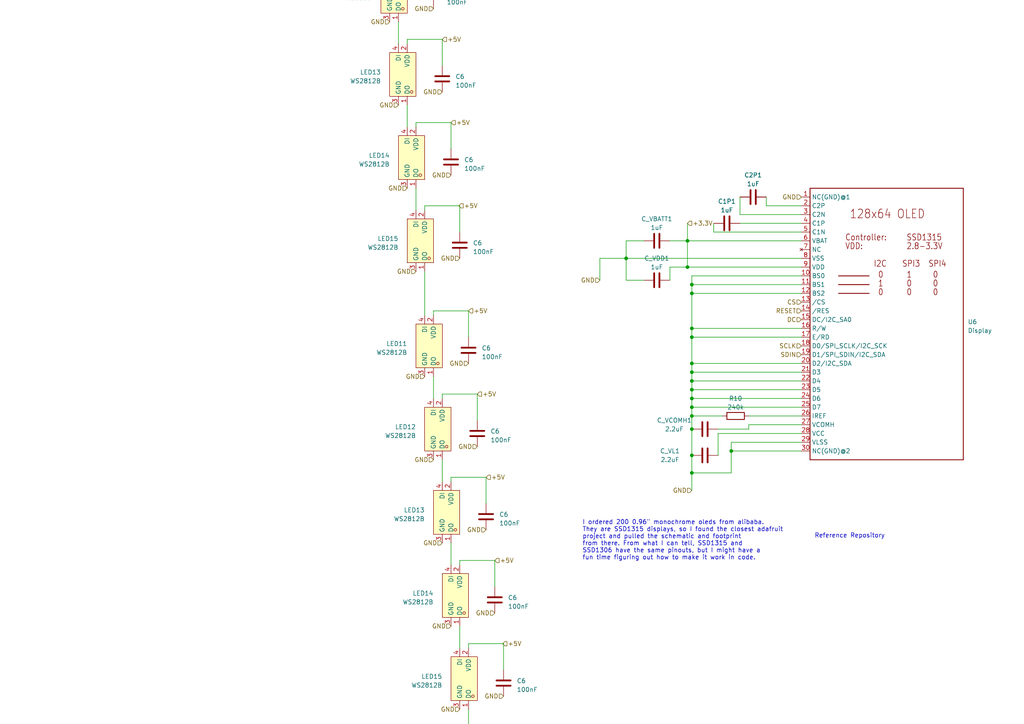
<source format=kicad_sch>
(kicad_sch (version 20230121) (generator eeschema)

  (uuid 1eec2ce7-0fe6-4a13-bbbc-f46f10d1ddfb)

  (paper "A4")

  (lib_symbols
    (symbol "Device:C" (pin_numbers hide) (pin_names (offset 0.254)) (in_bom yes) (on_board yes)
      (property "Reference" "C" (at 0.635 2.54 0)
        (effects (font (size 1.27 1.27)) (justify left))
      )
      (property "Value" "C" (at 0.635 -2.54 0)
        (effects (font (size 1.27 1.27)) (justify left))
      )
      (property "Footprint" "" (at 0.9652 -3.81 0)
        (effects (font (size 1.27 1.27)) hide)
      )
      (property "Datasheet" "~" (at 0 0 0)
        (effects (font (size 1.27 1.27)) hide)
      )
      (property "ki_keywords" "cap capacitor" (at 0 0 0)
        (effects (font (size 1.27 1.27)) hide)
      )
      (property "ki_description" "Unpolarized capacitor" (at 0 0 0)
        (effects (font (size 1.27 1.27)) hide)
      )
      (property "ki_fp_filters" "C_*" (at 0 0 0)
        (effects (font (size 1.27 1.27)) hide)
      )
      (symbol "C_0_1"
        (polyline
          (pts
            (xy -2.032 -0.762)
            (xy 2.032 -0.762)
          )
          (stroke (width 0.508) (type default))
          (fill (type none))
        )
        (polyline
          (pts
            (xy -2.032 0.762)
            (xy 2.032 0.762)
          )
          (stroke (width 0.508) (type default))
          (fill (type none))
        )
      )
      (symbol "C_1_1"
        (pin passive line (at 0 3.81 270) (length 2.794)
          (name "~" (effects (font (size 1.27 1.27))))
          (number "1" (effects (font (size 1.27 1.27))))
        )
        (pin passive line (at 0 -3.81 90) (length 2.794)
          (name "~" (effects (font (size 1.27 1.27))))
          (number "2" (effects (font (size 1.27 1.27))))
        )
      )
    )
    (symbol "Device:R" (pin_numbers hide) (pin_names (offset 0)) (in_bom yes) (on_board yes)
      (property "Reference" "R" (at 2.032 0 90)
        (effects (font (size 1.27 1.27)))
      )
      (property "Value" "R" (at 0 0 90)
        (effects (font (size 1.27 1.27)))
      )
      (property "Footprint" "" (at -1.778 0 90)
        (effects (font (size 1.27 1.27)) hide)
      )
      (property "Datasheet" "~" (at 0 0 0)
        (effects (font (size 1.27 1.27)) hide)
      )
      (property "ki_keywords" "R res resistor" (at 0 0 0)
        (effects (font (size 1.27 1.27)) hide)
      )
      (property "ki_description" "Resistor" (at 0 0 0)
        (effects (font (size 1.27 1.27)) hide)
      )
      (property "ki_fp_filters" "R_*" (at 0 0 0)
        (effects (font (size 1.27 1.27)) hide)
      )
      (symbol "R_0_1"
        (rectangle (start -1.016 -2.54) (end 1.016 2.54)
          (stroke (width 0.254) (type default))
          (fill (type none))
        )
      )
      (symbol "R_1_1"
        (pin passive line (at 0 3.81 270) (length 1.27)
          (name "~" (effects (font (size 1.27 1.27))))
          (number "1" (effects (font (size 1.27 1.27))))
        )
        (pin passive line (at 0 -3.81 90) (length 1.27)
          (name "~" (effects (font (size 1.27 1.27))))
          (number "2" (effects (font (size 1.27 1.27))))
        )
      )
    )
    (symbol "global:SSD1306_.96{dblquote}_Display" (in_bom yes) (on_board yes)
      (property "Reference" "U6" (at 22.86 -0.635 0)
        (effects (font (size 1.27 1.27)) (justify left))
      )
      (property "Value" "Display" (at 22.86 -3.175 0)
        (effects (font (size 1.27 1.27)) (justify left))
      )
      (property "Footprint" "global:SSD1306 WRAPAROUND" (at 0 0 0)
        (effects (font (size 1.27 1.27)) hide)
      )
      (property "Datasheet" "" (at 0 0 0)
        (effects (font (size 1.27 1.27)) hide)
      )
      (symbol "SSD1306_.96{dblquote}_Display_1_0"
        (polyline
          (pts
            (xy -22.86 -40.64)
            (xy -22.86 38.1)
          )
          (stroke (width 0.254) (type solid))
          (fill (type none))
        )
        (polyline
          (pts
            (xy -22.86 38.1)
            (xy 21.59 38.1)
          )
          (stroke (width 0.254) (type solid))
          (fill (type none))
        )
        (polyline
          (pts
            (xy -14.605 7.62)
            (xy -5.715 7.62)
          )
          (stroke (width 0.254) (type solid))
          (fill (type none))
        )
        (polyline
          (pts
            (xy -14.605 10.16)
            (xy -5.715 10.16)
          )
          (stroke (width 0.254) (type solid))
          (fill (type none))
        )
        (polyline
          (pts
            (xy -14.605 12.7)
            (xy -5.715 12.7)
          )
          (stroke (width 0.254) (type solid))
          (fill (type none))
        )
        (polyline
          (pts
            (xy 21.59 -40.64)
            (xy -22.86 -40.64)
          )
          (stroke (width 0.254) (type solid))
          (fill (type none))
        )
        (polyline
          (pts
            (xy 21.59 38.1)
            (xy 21.59 -40.64)
          )
          (stroke (width 0.254) (type solid))
          (fill (type none))
        )
        (text "0" (at -3.175 6.985 0)
          (effects (font (size 1.778 1.5113)) (justify left bottom))
        )
        (text "0" (at -3.175 12.065 0)
          (effects (font (size 1.778 1.5113)) (justify left bottom))
        )
        (text "0" (at 5.08 6.985 0)
          (effects (font (size 1.778 1.5113)) (justify left bottom))
        )
        (text "0" (at 5.08 9.525 0)
          (effects (font (size 1.778 1.5113)) (justify left bottom))
        )
        (text "0" (at 12.7 6.985 0)
          (effects (font (size 1.778 1.5113)) (justify left bottom))
        )
        (text "0" (at 12.7 9.525 0)
          (effects (font (size 1.778 1.5113)) (justify left bottom))
        )
        (text "0" (at 12.7 12.065 0)
          (effects (font (size 1.778 1.5113)) (justify left bottom))
        )
        (text "1" (at -3.175 9.525 0)
          (effects (font (size 1.778 1.5113)) (justify left bottom))
        )
        (text "1" (at 5.08 12.065 0)
          (effects (font (size 1.778 1.5113)) (justify left bottom))
        )
        (text "128x64 OLED" (at -11.43 29.21 0)
          (effects (font (size 2.54 2.159)) (justify left bottom))
        )
        (text "2.8-3.3V" (at 5.08 20.32 0)
          (effects (font (size 1.778 1.5113)) (justify left bottom))
        )
        (text "Controller:" (at -12.7 22.86 0)
          (effects (font (size 1.778 1.5113)) (justify left bottom))
        )
        (text "I2C" (at -4.445 15.24 0)
          (effects (font (size 1.778 1.5113)) (justify left bottom))
        )
        (text "SPI3" (at 3.81 15.24 0)
          (effects (font (size 1.778 1.5113)) (justify left bottom))
        )
        (text "SPI4" (at 11.43 15.24 0)
          (effects (font (size 1.778 1.5113)) (justify left bottom))
        )
        (text "SSD1315" (at 5.08 22.86 0)
          (effects (font (size 1.778 1.5113)) (justify left bottom))
        )
        (text "VDD:" (at -12.7 20.32 0)
          (effects (font (size 1.778 1.5113)) (justify left bottom))
        )
        (pin input line (at -25.4 35.56 0) (length 2.54)
          (name "NC(GND)@1" (effects (font (size 1.27 1.27))))
          (number "1" (effects (font (size 1.27 1.27))))
        )
        (pin input line (at -25.4 12.7 0) (length 2.54)
          (name "BS0" (effects (font (size 1.27 1.27))))
          (number "10" (effects (font (size 1.27 1.27))))
        )
        (pin input line (at -25.4 10.16 0) (length 2.54)
          (name "BS1" (effects (font (size 1.27 1.27))))
          (number "11" (effects (font (size 1.27 1.27))))
        )
        (pin input line (at -25.4 7.62 0) (length 2.54)
          (name "BS2" (effects (font (size 1.27 1.27))))
          (number "12" (effects (font (size 1.27 1.27))))
        )
        (pin input line (at -25.4 5.08 0) (length 2.54)
          (name "/CS" (effects (font (size 1.27 1.27))))
          (number "13" (effects (font (size 1.27 1.27))))
        )
        (pin input line (at -25.4 2.54 0) (length 2.54)
          (name "/RES" (effects (font (size 1.27 1.27))))
          (number "14" (effects (font (size 1.27 1.27))))
        )
        (pin input line (at -25.4 0 0) (length 2.54)
          (name "DC/I2C_SA0" (effects (font (size 1.27 1.27))))
          (number "15" (effects (font (size 1.27 1.27))))
        )
        (pin input line (at -25.4 -2.54 0) (length 2.54)
          (name "R/W" (effects (font (size 1.27 1.27))))
          (number "16" (effects (font (size 1.27 1.27))))
        )
        (pin input line (at -25.4 -5.08 0) (length 2.54)
          (name "E/RD" (effects (font (size 1.27 1.27))))
          (number "17" (effects (font (size 1.27 1.27))))
        )
        (pin bidirectional line (at -25.4 -7.62 0) (length 2.54)
          (name "D0/SPI_SCLK/I2C_SCK" (effects (font (size 1.27 1.27))))
          (number "18" (effects (font (size 1.27 1.27))))
        )
        (pin bidirectional line (at -25.4 -10.16 0) (length 2.54)
          (name "D1/SPI_SDIN/I2C_SDA" (effects (font (size 1.27 1.27))))
          (number "19" (effects (font (size 1.27 1.27))))
        )
        (pin input line (at -25.4 33.02 0) (length 2.54)
          (name "C2P" (effects (font (size 1.27 1.27))))
          (number "2" (effects (font (size 1.27 1.27))))
        )
        (pin bidirectional line (at -25.4 -12.7 0) (length 2.54)
          (name "D2/I2C_SDA" (effects (font (size 1.27 1.27))))
          (number "20" (effects (font (size 1.27 1.27))))
        )
        (pin bidirectional line (at -25.4 -15.24 0) (length 2.54)
          (name "D3" (effects (font (size 1.27 1.27))))
          (number "21" (effects (font (size 1.27 1.27))))
        )
        (pin bidirectional line (at -25.4 -17.78 0) (length 2.54)
          (name "D4" (effects (font (size 1.27 1.27))))
          (number "22" (effects (font (size 1.27 1.27))))
        )
        (pin bidirectional line (at -25.4 -20.32 0) (length 2.54)
          (name "D5" (effects (font (size 1.27 1.27))))
          (number "23" (effects (font (size 1.27 1.27))))
        )
        (pin bidirectional line (at -25.4 -22.86 0) (length 2.54)
          (name "D6" (effects (font (size 1.27 1.27))))
          (number "24" (effects (font (size 1.27 1.27))))
        )
        (pin bidirectional line (at -25.4 -25.4 0) (length 2.54)
          (name "D7" (effects (font (size 1.27 1.27))))
          (number "25" (effects (font (size 1.27 1.27))))
        )
        (pin input line (at -25.4 -27.94 0) (length 2.54)
          (name "IREF" (effects (font (size 1.27 1.27))))
          (number "26" (effects (font (size 1.27 1.27))))
        )
        (pin output line (at -25.4 -30.48 0) (length 2.54)
          (name "VCOMH" (effects (font (size 1.27 1.27))))
          (number "27" (effects (font (size 1.27 1.27))))
        )
        (pin power_in line (at -25.4 -33.02 0) (length 2.54)
          (name "VCC" (effects (font (size 1.27 1.27))))
          (number "28" (effects (font (size 1.27 1.27))))
        )
        (pin power_in line (at -25.4 -35.56 0) (length 2.54)
          (name "VLSS" (effects (font (size 1.27 1.27))))
          (number "29" (effects (font (size 1.27 1.27))))
        )
        (pin input line (at -25.4 30.48 0) (length 2.54)
          (name "C2N" (effects (font (size 1.27 1.27))))
          (number "3" (effects (font (size 1.27 1.27))))
        )
        (pin input line (at -25.4 -38.1 0) (length 2.54)
          (name "NC(GND)@2" (effects (font (size 1.27 1.27))))
          (number "30" (effects (font (size 1.27 1.27))))
        )
        (pin input line (at -25.4 27.94 0) (length 2.54)
          (name "C1P" (effects (font (size 1.27 1.27))))
          (number "4" (effects (font (size 1.27 1.27))))
        )
        (pin input line (at -25.4 25.4 0) (length 2.54)
          (name "C1N" (effects (font (size 1.27 1.27))))
          (number "5" (effects (font (size 1.27 1.27))))
        )
        (pin input line (at -25.4 22.86 0) (length 2.54)
          (name "VBAT" (effects (font (size 1.27 1.27))))
          (number "6" (effects (font (size 1.27 1.27))))
        )
        (pin no_connect line (at -25.4 20.32 0) (length 2.54)
          (name "NC" (effects (font (size 1.27 1.27))))
          (number "7" (effects (font (size 1.27 1.27))))
        )
        (pin power_in line (at -25.4 17.78 0) (length 2.54)
          (name "VSS" (effects (font (size 1.27 1.27))))
          (number "8" (effects (font (size 1.27 1.27))))
        )
        (pin power_in line (at -25.4 15.24 0) (length 2.54)
          (name "VDD" (effects (font (size 1.27 1.27))))
          (number "9" (effects (font (size 1.27 1.27))))
        )
      )
    )
    (symbol "global:XL-1615RGBC-WS2812B" (in_bom yes) (on_board yes)
      (property "Reference" "LED" (at 0 6.35 0)
        (effects (font (size 1.27 1.27)))
      )
      (property "Value" "XL-1615RGBC-WS2812B" (at 0 -6.35 0)
        (effects (font (size 1.27 1.27)))
      )
      (property "Footprint" "global:LED-SMD_4P-L1.6-W1.5_XL-1615RGBC-WS2812B" (at 0 -8.89 0)
        (effects (font (size 1.27 1.27)) hide)
      )
      (property "Datasheet" "" (at 0 0 0)
        (effects (font (size 1.27 1.27)) hide)
      )
      (property "LCSC Part" "C5349954" (at 0 -11.43 0)
        (effects (font (size 1.27 1.27)) hide)
      )
      (symbol "XL-1615RGBC-WS2812B_0_1"
        (rectangle (start -6.35 3.81) (end 6.35 -3.81)
          (stroke (width 0) (type default))
          (fill (type background))
        )
        (circle (center -5.08 2.54) (radius 0.38)
          (stroke (width 0) (type default))
          (fill (type none))
        )
        (pin unspecified line (at -8.89 1.27 0) (length 2.54)
          (name "DO" (effects (font (size 1.27 1.27))))
          (number "1" (effects (font (size 1.27 1.27))))
        )
        (pin unspecified line (at 8.89 1.27 180) (length 2.54)
          (name "VDD" (effects (font (size 1.27 1.27))))
          (number "2" (effects (font (size 1.27 1.27))))
        )
        (pin unspecified line (at -8.89 -1.27 0) (length 2.54)
          (name "GND" (effects (font (size 1.27 1.27))))
          (number "3" (effects (font (size 1.27 1.27))))
        )
        (pin unspecified line (at 8.89 -1.27 180) (length 2.54)
          (name "DI" (effects (font (size 1.27 1.27))))
          (number "4" (effects (font (size 1.27 1.27))))
        )
      )
    )
  )

  (junction (at 200.66 124.46) (diameter 0) (color 0 0 0 0)
    (uuid 250fa30c-f18f-4a26-b058-7c58e075658e)
  )
  (junction (at 200.66 110.49) (diameter 0) (color 0 0 0 0)
    (uuid 2a80811c-94f0-4706-86ad-ab4d28359d9a)
  )
  (junction (at 200.66 113.03) (diameter 0) (color 0 0 0 0)
    (uuid 469b5790-699f-4cb6-94af-39f4a959f1de)
  )
  (junction (at 200.66 97.79) (diameter 0) (color 0 0 0 0)
    (uuid 56d5f155-dab1-4815-9d9b-007b2fd8bec6)
  )
  (junction (at 200.66 118.11) (diameter 0) (color 0 0 0 0)
    (uuid 58f7ac9c-3e73-410a-b669-c18b53e814d3)
  )
  (junction (at 200.66 107.95) (diameter 0) (color 0 0 0 0)
    (uuid 5dca46b7-cbd0-4ab6-a8d0-1b32dcb25e8f)
  )
  (junction (at 200.66 137.16) (diameter 0) (color 0 0 0 0)
    (uuid 6ad4a513-2b0a-4199-885a-edb0831c45af)
  )
  (junction (at 199.39 69.85) (diameter 0) (color 0 0 0 0)
    (uuid 83adebe7-3bca-4aac-b4cd-86d033f3cc78)
  )
  (junction (at 181.61 74.93) (diameter 0) (color 0 0 0 0)
    (uuid 968f5ffa-f0a8-486b-b994-d50739fbaf1f)
  )
  (junction (at 200.66 105.41) (diameter 0) (color 0 0 0 0)
    (uuid a5f19334-76ca-42c2-9620-1bcde650de22)
  )
  (junction (at 200.66 132.08) (diameter 0) (color 0 0 0 0)
    (uuid ac7a673b-480f-407f-bbd6-9c5600d3b550)
  )
  (junction (at 199.39 77.47) (diameter 0) (color 0 0 0 0)
    (uuid bb6ebce1-5f61-495a-9cce-e728787ac2c7)
  )
  (junction (at 200.66 82.55) (diameter 0) (color 0 0 0 0)
    (uuid cf67d3dd-bb7d-439d-b87e-78d4e91a61f0)
  )
  (junction (at 200.66 85.09) (diameter 0) (color 0 0 0 0)
    (uuid e7b31beb-a5e8-4810-baf0-135dd7b305e0)
  )
  (junction (at 200.66 115.57) (diameter 0) (color 0 0 0 0)
    (uuid e7bb9846-8c7a-407d-b105-b3c4608d4298)
  )
  (junction (at 212.09 130.81) (diameter 0) (color 0 0 0 0)
    (uuid ede40df0-7757-48d5-acf9-a6328dd961f0)
  )
  (junction (at 200.66 95.25) (diameter 0) (color 0 0 0 0)
    (uuid ef5fab9c-e380-4e2e-92db-427b417866b4)
  )
  (junction (at 200.66 120.65) (diameter 0) (color 0 0 0 0)
    (uuid f2f3b3ef-917c-4cf0-869a-099504fd5e0e)
  )

  (no_connect (at 140.97 254) (uuid e989b9d3-90da-42bf-9f74-cc60d261b542))

  (wire (pts (xy 200.66 113.03) (xy 232.41 113.03))
    (stroke (width 0) (type default))
    (uuid 014ab02f-c79f-4979-935c-3a6ee7b93f5d)
  )
  (wire (pts (xy 207.01 67.31) (xy 232.41 67.31))
    (stroke (width 0) (type default))
    (uuid 028a0295-f2e6-49bb-baf0-940109a4cb82)
  )
  (wire (pts (xy 135.89 186.69) (xy 146.05 186.69))
    (stroke (width 0) (type default))
    (uuid 0292b164-ab97-49b4-9275-1c4514475fba)
  )
  (wire (pts (xy 125.73 90.17) (xy 125.73 91.44))
    (stroke (width 0) (type default))
    (uuid 0959fdd2-cc44-4c68-8169-c046c78c9ac8)
  )
  (wire (pts (xy 110.49 -60.96) (xy 120.65 -60.96))
    (stroke (width 0) (type default))
    (uuid 0b2db6d3-7e6f-4cf3-9307-b31115ace50b)
  )
  (wire (pts (xy 181.61 69.85) (xy 186.69 69.85))
    (stroke (width 0) (type default))
    (uuid 0cd47b0c-ba09-4530-8d66-c7e2a5cdea15)
  )
  (wire (pts (xy 135.89 90.17) (xy 135.89 97.79))
    (stroke (width 0) (type default))
    (uuid 0fbb0e85-6fc7-4655-9eba-3c50213eb6a7)
  )
  (wire (pts (xy 107.95 -66.04) (xy 107.95 -59.69))
    (stroke (width 0) (type default))
    (uuid 17005355-b25b-4485-bd17-823caee7d735)
  )
  (wire (pts (xy 110.49 -60.96) (xy 110.49 -59.69))
    (stroke (width 0) (type default))
    (uuid 172371ea-5ecc-43db-8cc5-c114010ef889)
  )
  (wire (pts (xy 118.11 11.43) (xy 128.27 11.43))
    (stroke (width 0) (type default))
    (uuid 17ee9117-1657-479f-ae60-5bb54452c979)
  )
  (wire (pts (xy 115.57 -12.7) (xy 125.73 -12.7))
    (stroke (width 0) (type default))
    (uuid 1984d340-6e7a-4435-96a8-ce00d2492ced)
  )
  (wire (pts (xy 143.51 162.56) (xy 143.51 170.18))
    (stroke (width 0) (type default))
    (uuid 1c70366c-d3fc-4fb2-b638-bce51d94863a)
  )
  (wire (pts (xy 128.27 114.3) (xy 138.43 114.3))
    (stroke (width 0) (type default))
    (uuid 1c8288aa-58c0-441d-8815-2e84fe8f333e)
  )
  (wire (pts (xy 200.66 115.57) (xy 232.41 115.57))
    (stroke (width 0) (type default))
    (uuid 20171ba3-394f-4c1f-84cd-e5109f8cc9bf)
  )
  (wire (pts (xy 123.19 59.69) (xy 123.19 60.96))
    (stroke (width 0) (type default))
    (uuid 21534328-a7c1-490a-ae56-f96f905069cd)
  )
  (wire (pts (xy 217.17 120.65) (xy 232.41 120.65))
    (stroke (width 0) (type default))
    (uuid 22b36054-b341-4be7-a65a-97394b44ca5b)
  )
  (wire (pts (xy 181.61 81.28) (xy 181.61 74.93))
    (stroke (width 0) (type default))
    (uuid 2328c9a2-22cf-4697-ae05-d50a88a3787a)
  )
  (wire (pts (xy 125.73 90.17) (xy 135.89 90.17))
    (stroke (width 0) (type default))
    (uuid 256c7902-7da5-4318-832b-556e1c76c90b)
  )
  (wire (pts (xy 123.19 59.69) (xy 133.35 59.69))
    (stroke (width 0) (type default))
    (uuid 25908999-5aa1-4920-80b4-e4055613c6f2)
  )
  (wire (pts (xy 138.43 210.82) (xy 148.59 210.82))
    (stroke (width 0) (type default))
    (uuid 2630e823-c566-4f5b-a57f-42816eeab238)
  )
  (wire (pts (xy 212.09 130.81) (xy 212.09 137.16))
    (stroke (width 0) (type default))
    (uuid 3001883a-a2fc-4d81-ab38-e733eb15a1b8)
  )
  (wire (pts (xy 138.43 114.3) (xy 138.43 121.92))
    (stroke (width 0) (type default))
    (uuid 3296597f-283e-40de-88bd-d34f816fd2fa)
  )
  (wire (pts (xy 194.31 77.47) (xy 194.31 81.28))
    (stroke (width 0) (type default))
    (uuid 354fb8b2-5e54-4449-ba19-eaee8412e3e5)
  )
  (wire (pts (xy 181.61 74.93) (xy 181.61 69.85))
    (stroke (width 0) (type default))
    (uuid 3b8fc918-8624-4b62-b45e-6ed043fc30af)
  )
  (wire (pts (xy 125.73 -12.7) (xy 125.73 -5.08))
    (stroke (width 0) (type default))
    (uuid 3cf376b9-0d80-4d74-9e65-ecaab8d351a6)
  )
  (wire (pts (xy 133.35 162.56) (xy 143.51 162.56))
    (stroke (width 0) (type default))
    (uuid 3d8d02d5-4b3a-486d-9956-164a7b451597)
  )
  (wire (pts (xy 133.35 59.69) (xy 133.35 67.31))
    (stroke (width 0) (type default))
    (uuid 3fb4d475-6a29-4a91-8568-2fcc265ac293)
  )
  (wire (pts (xy 222.25 59.69) (xy 222.25 57.15))
    (stroke (width 0) (type default))
    (uuid 44cae3d9-ba30-444e-9b7e-be52489f7844)
  )
  (wire (pts (xy 138.43 229.87) (xy 138.43 236.22))
    (stroke (width 0) (type default))
    (uuid 44d2bf55-6810-42ea-9e68-fcb8fe9d8066)
  )
  (wire (pts (xy 232.41 95.25) (xy 200.66 95.25))
    (stroke (width 0) (type default))
    (uuid 46c6200a-8352-4ac0-8323-3165faf895fb)
  )
  (wire (pts (xy 208.28 124.46) (xy 217.17 124.46))
    (stroke (width 0) (type default))
    (uuid 4825e3ff-42a8-4515-a16d-ff0135651aa1)
  )
  (wire (pts (xy 123.19 78.74) (xy 123.19 91.44))
    (stroke (width 0) (type default))
    (uuid 48fbb6fc-4865-4a50-bd24-1b3f1064daf4)
  )
  (wire (pts (xy 130.81 138.43) (xy 130.81 139.7))
    (stroke (width 0) (type default))
    (uuid 4925dae7-19b5-4025-bb38-d0985a9b3c8c)
  )
  (wire (pts (xy 200.66 85.09) (xy 232.41 85.09))
    (stroke (width 0) (type default))
    (uuid 4be040ad-3919-4d77-9a5f-6365adaaf7b9)
  )
  (wire (pts (xy 200.66 80.01) (xy 200.66 82.55))
    (stroke (width 0) (type default))
    (uuid 5032fcbf-b660-4241-89b3-0272bd76db9f)
  )
  (wire (pts (xy 138.43 210.82) (xy 138.43 212.09))
    (stroke (width 0) (type default))
    (uuid 5052c9a7-79e4-42e8-879a-3f3964b8d23a)
  )
  (wire (pts (xy 140.97 234.95) (xy 140.97 236.22))
    (stroke (width 0) (type default))
    (uuid 55344291-d74a-4c97-a3e5-deba5fa6e357)
  )
  (wire (pts (xy 128.27 133.35) (xy 128.27 139.7))
    (stroke (width 0) (type default))
    (uuid 56ae5807-e276-426c-89bb-41dcfa1e0948)
  )
  (wire (pts (xy 113.03 -36.83) (xy 123.19 -36.83))
    (stroke (width 0) (type default))
    (uuid 5776c2e5-ce5d-4797-bf2c-95e7df2700aa)
  )
  (wire (pts (xy 135.89 186.69) (xy 135.89 187.96))
    (stroke (width 0) (type default))
    (uuid 58aee0af-5a25-4e53-b97c-0ac0fc431df1)
  )
  (wire (pts (xy 125.73 109.22) (xy 125.73 115.57))
    (stroke (width 0) (type default))
    (uuid 5a5f4e34-ccb4-4a44-870f-039c4eb77e94)
  )
  (wire (pts (xy 200.66 113.03) (xy 200.66 115.57))
    (stroke (width 0) (type default))
    (uuid 5acfe008-8e94-4bc0-b2f1-baee8e2ca1a7)
  )
  (wire (pts (xy 199.39 69.85) (xy 232.41 69.85))
    (stroke (width 0) (type default))
    (uuid 5b0fc411-22ac-4538-a310-fdf0571daf97)
  )
  (wire (pts (xy 200.66 118.11) (xy 200.66 120.65))
    (stroke (width 0) (type default))
    (uuid 5eeeb08f-774d-4071-972a-ff3622992fcc)
  )
  (wire (pts (xy 232.41 128.27) (xy 212.09 128.27))
    (stroke (width 0) (type default))
    (uuid 607cfe5e-6bfe-49d3-ab31-f110a5ce270d)
  )
  (wire (pts (xy 110.49 -41.91) (xy 110.49 -35.56))
    (stroke (width 0) (type default))
    (uuid 60aee892-8ed5-4886-92bb-d50aeed4cb59)
  )
  (wire (pts (xy 200.66 110.49) (xy 232.41 110.49))
    (stroke (width 0) (type default))
    (uuid 60cffa7e-4579-4466-b3fc-a60e46b68faf)
  )
  (wire (pts (xy 214.63 64.77) (xy 232.41 64.77))
    (stroke (width 0) (type default))
    (uuid 6a905886-4f47-4af6-9b8f-213232b2c17e)
  )
  (wire (pts (xy 200.66 137.16) (xy 200.66 142.24))
    (stroke (width 0) (type default))
    (uuid 6c63d58c-6e35-4dd8-8df5-9ac4eb1056fe)
  )
  (wire (pts (xy 118.11 30.48) (xy 118.11 36.83))
    (stroke (width 0) (type default))
    (uuid 713fdd65-1b5d-4370-bab4-e72d14da9211)
  )
  (wire (pts (xy 128.27 11.43) (xy 128.27 19.05))
    (stroke (width 0) (type default))
    (uuid 7184b827-3552-48eb-8fb9-d9101e089141)
  )
  (wire (pts (xy 232.41 74.93) (xy 181.61 74.93))
    (stroke (width 0) (type default))
    (uuid 71cd8e8e-2791-4896-95f2-c5e5cbd2be1f)
  )
  (wire (pts (xy 113.03 -17.78) (xy 113.03 -11.43))
    (stroke (width 0) (type default))
    (uuid 794457cc-e2a5-4208-81f3-e1e5149e9048)
  )
  (wire (pts (xy 212.09 130.81) (xy 232.41 130.81))
    (stroke (width 0) (type default))
    (uuid 7c946073-5ace-4c91-84e4-da50564a5d65)
  )
  (wire (pts (xy 200.66 82.55) (xy 232.41 82.55))
    (stroke (width 0) (type default))
    (uuid 7e0c9ede-028c-45df-be23-a7a3f2169d8f)
  )
  (wire (pts (xy 120.65 54.61) (xy 120.65 60.96))
    (stroke (width 0) (type default))
    (uuid 804ac290-0351-4e65-b574-21f6b33601c0)
  )
  (wire (pts (xy 130.81 138.43) (xy 140.97 138.43))
    (stroke (width 0) (type default))
    (uuid 820f52c3-bdd5-40ef-b09c-a05f8a8fa4ec)
  )
  (wire (pts (xy 214.63 62.23) (xy 232.41 62.23))
    (stroke (width 0) (type default))
    (uuid 86fe4017-0664-41f7-9105-e9ee209a7699)
  )
  (wire (pts (xy 194.31 69.85) (xy 199.39 69.85))
    (stroke (width 0) (type default))
    (uuid 8815abc6-289b-418a-bb82-6d42fa1bafa3)
  )
  (wire (pts (xy 232.41 80.01) (xy 200.66 80.01))
    (stroke (width 0) (type default))
    (uuid 8a6b0222-e3f3-4eff-a2ea-4fee56235127)
  )
  (wire (pts (xy 173.99 74.93) (xy 173.99 81.28))
    (stroke (width 0) (type default))
    (uuid 8b8d457c-aa22-4b84-8d12-eabac720289d)
  )
  (wire (pts (xy 200.66 118.11) (xy 232.41 118.11))
    (stroke (width 0) (type default))
    (uuid 8bfbf66f-65bd-40fd-a98b-f3409065096b)
  )
  (wire (pts (xy 120.65 35.56) (xy 120.65 36.83))
    (stroke (width 0) (type default))
    (uuid 8c973bed-d490-4e9d-a657-67fbf32b8315)
  )
  (wire (pts (xy 118.11 11.43) (xy 118.11 12.7))
    (stroke (width 0) (type default))
    (uuid 8cf0af72-f190-4e58-91cd-a4a997368638)
  )
  (wire (pts (xy 186.69 81.28) (xy 181.61 81.28))
    (stroke (width 0) (type default))
    (uuid 8eaff4dd-04bb-4107-ab69-e1fe70718217)
  )
  (wire (pts (xy 212.09 137.16) (xy 200.66 137.16))
    (stroke (width 0) (type default))
    (uuid 9175148f-32cf-482f-8797-d4481da6e406)
  )
  (wire (pts (xy 123.19 -36.83) (xy 123.19 -29.21))
    (stroke (width 0) (type default))
    (uuid 91c9c02d-8a3e-485a-966c-d15a4cdc3638)
  )
  (wire (pts (xy 115.57 6.35) (xy 115.57 12.7))
    (stroke (width 0) (type default))
    (uuid 95888503-c4bb-481c-9359-5a7bee1ec9ab)
  )
  (wire (pts (xy 200.66 132.08) (xy 200.66 137.16))
    (stroke (width 0) (type default))
    (uuid 970bd2c8-4abc-4ca8-b5c3-b860d01ee826)
  )
  (wire (pts (xy 128.27 114.3) (xy 128.27 115.57))
    (stroke (width 0) (type default))
    (uuid 9913ab10-04ed-4ddc-87f5-9828745cf72f)
  )
  (wire (pts (xy 200.66 95.25) (xy 200.66 97.79))
    (stroke (width 0) (type default))
    (uuid 99a66436-063e-4dd3-83d3-99b96cdcdcd0)
  )
  (wire (pts (xy 133.35 181.61) (xy 133.35 187.96))
    (stroke (width 0) (type default))
    (uuid 9a78e50b-53de-4371-b32e-7dbeae001f75)
  )
  (wire (pts (xy 232.41 77.47) (xy 199.39 77.47))
    (stroke (width 0) (type default))
    (uuid 9b82b3f0-40b7-4f64-a4ac-9896acb20634)
  )
  (wire (pts (xy 140.97 138.43) (xy 140.97 146.05))
    (stroke (width 0) (type default))
    (uuid 9c76c7a9-955f-48cc-98d4-07b9da05d258)
  )
  (wire (pts (xy 146.05 186.69) (xy 146.05 194.31))
    (stroke (width 0) (type default))
    (uuid 9cf022f4-3c08-48a9-abc1-8a17ba174c28)
  )
  (wire (pts (xy 140.97 234.95) (xy 151.13 234.95))
    (stroke (width 0) (type default))
    (uuid 9ed3b90e-5c25-4494-8521-da523a7291d2)
  )
  (wire (pts (xy 209.55 120.65) (xy 200.66 120.65))
    (stroke (width 0) (type default))
    (uuid a25ddafd-67f9-451e-974f-5e0be5ab02a5)
  )
  (wire (pts (xy 217.17 123.19) (xy 232.41 123.19))
    (stroke (width 0) (type default))
    (uuid a66268c8-436c-4fa2-a5eb-ae2b39fa94ab)
  )
  (wire (pts (xy 232.41 107.95) (xy 200.66 107.95))
    (stroke (width 0) (type default))
    (uuid aa163e12-6799-4955-838f-31dcb0ba3088)
  )
  (wire (pts (xy 200.66 97.79) (xy 200.66 105.41))
    (stroke (width 0) (type default))
    (uuid aa91274a-8098-44f0-a000-71692605489e)
  )
  (wire (pts (xy 200.66 105.41) (xy 232.41 105.41))
    (stroke (width 0) (type default))
    (uuid aea75084-948e-4ce1-8e77-c8fd55b04ea6)
  )
  (wire (pts (xy 200.66 82.55) (xy 200.66 85.09))
    (stroke (width 0) (type default))
    (uuid b9419891-42cb-4e31-ad6d-4e397207057a)
  )
  (wire (pts (xy 151.13 234.95) (xy 151.13 242.57))
    (stroke (width 0) (type default))
    (uuid b9e633cc-0f21-45cb-9a30-e938c4c94cea)
  )
  (wire (pts (xy 214.63 57.15) (xy 214.63 62.23))
    (stroke (width 0) (type default))
    (uuid bce3f0cc-ee8c-499e-afcb-3ff770eb5a51)
  )
  (wire (pts (xy 133.35 162.56) (xy 133.35 163.83))
    (stroke (width 0) (type default))
    (uuid be908444-d0af-45b2-b032-a2b4340ca169)
  )
  (wire (pts (xy 207.01 64.77) (xy 207.01 67.31))
    (stroke (width 0) (type default))
    (uuid bf41eb43-75bc-4393-9e75-2c41df1b0495)
  )
  (wire (pts (xy 115.57 -12.7) (xy 115.57 -11.43))
    (stroke (width 0) (type default))
    (uuid c2c7884f-c616-4ecd-b76e-a37e21e83e9c)
  )
  (wire (pts (xy 199.39 64.77) (xy 199.39 69.85))
    (stroke (width 0) (type default))
    (uuid c928ae02-9a1f-40ce-9af1-d801a0d546e3)
  )
  (wire (pts (xy 173.99 74.93) (xy 181.61 74.93))
    (stroke (width 0) (type default))
    (uuid cea04280-6828-4259-89d3-97146415906b)
  )
  (wire (pts (xy 200.66 120.65) (xy 200.66 124.46))
    (stroke (width 0) (type default))
    (uuid d00154f4-3eb2-42ba-8456-7e8d289473c1)
  )
  (wire (pts (xy 200.66 115.57) (xy 200.66 118.11))
    (stroke (width 0) (type default))
    (uuid d093e654-cce2-488b-8a37-c655ef662be0)
  )
  (wire (pts (xy 232.41 125.73) (xy 208.28 125.73))
    (stroke (width 0) (type default))
    (uuid d27459d4-23bb-4eb7-bf6e-ca48aba23956)
  )
  (wire (pts (xy 130.81 157.48) (xy 130.81 163.83))
    (stroke (width 0) (type default))
    (uuid d2f8bd53-21d8-4d8f-9683-e0d2e6048743)
  )
  (wire (pts (xy 200.66 105.41) (xy 200.66 107.95))
    (stroke (width 0) (type default))
    (uuid d449d480-cf67-40df-98e5-998c681e6a5f)
  )
  (wire (pts (xy 217.17 124.46) (xy 217.17 123.19))
    (stroke (width 0) (type default))
    (uuid d5c62053-d024-46b4-bcae-bb5f8d6e040a)
  )
  (wire (pts (xy 113.03 -36.83) (xy 113.03 -35.56))
    (stroke (width 0) (type default))
    (uuid d64921c2-4ad6-4a38-9a07-bb3e49fa2c4c)
  )
  (wire (pts (xy 200.66 124.46) (xy 200.66 132.08))
    (stroke (width 0) (type default))
    (uuid d6a0d51a-cc84-46da-99c5-920c2a76ca6c)
  )
  (wire (pts (xy 120.65 -60.96) (xy 120.65 -53.34))
    (stroke (width 0) (type default))
    (uuid d806c31e-7747-4b53-b0f3-b076f3112226)
  )
  (wire (pts (xy 135.89 205.74) (xy 135.89 212.09))
    (stroke (width 0) (type default))
    (uuid d944314b-8337-443d-b1aa-fe1c7dccf579)
  )
  (wire (pts (xy 200.66 85.09) (xy 200.66 95.25))
    (stroke (width 0) (type default))
    (uuid daa989c0-884e-4ea5-bd11-76a2953b6c4e)
  )
  (wire (pts (xy 212.09 128.27) (xy 212.09 130.81))
    (stroke (width 0) (type default))
    (uuid dd3b34a9-b77c-44cc-af75-7c3ae2d89c06)
  )
  (wire (pts (xy 232.41 59.69) (xy 222.25 59.69))
    (stroke (width 0) (type default))
    (uuid dee69069-6e10-4d70-a5cc-dcd29d685f43)
  )
  (wire (pts (xy 200.66 107.95) (xy 200.66 110.49))
    (stroke (width 0) (type default))
    (uuid e006da2b-4ef6-4ec5-8b0e-72fc8ca8bd67)
  )
  (wire (pts (xy 200.66 97.79) (xy 232.41 97.79))
    (stroke (width 0) (type default))
    (uuid e957eab4-1c68-4c35-a27f-b07c2d8c10bf)
  )
  (wire (pts (xy 200.66 110.49) (xy 200.66 113.03))
    (stroke (width 0) (type default))
    (uuid ea910438-ce52-4d42-bbbb-64e000237ae9)
  )
  (wire (pts (xy 120.65 35.56) (xy 130.81 35.56))
    (stroke (width 0) (type default))
    (uuid ed2ff413-8496-409b-91a2-7f11db7f7289)
  )
  (wire (pts (xy 199.39 77.47) (xy 194.31 77.47))
    (stroke (width 0) (type default))
    (uuid ed35432a-4b00-401c-8f66-0d9edd7df920)
  )
  (wire (pts (xy 208.28 125.73) (xy 208.28 132.08))
    (stroke (width 0) (type default))
    (uuid ed94d293-974c-4433-ada1-af3429aa9cbe)
  )
  (wire (pts (xy 130.81 35.56) (xy 130.81 43.18))
    (stroke (width 0) (type default))
    (uuid f79c9004-f0f9-4fc7-9f72-726c3d5130fb)
  )
  (wire (pts (xy 148.59 210.82) (xy 148.59 218.44))
    (stroke (width 0) (type default))
    (uuid f833d194-b0ea-4a29-bba7-f7b585e97357)
  )
  (wire (pts (xy 199.39 69.85) (xy 199.39 77.47))
    (stroke (width 0) (type default))
    (uuid fff355bf-c07f-46b0-9e7f-7b0c52e566f9)
  )

  (text "Reference Repository" (at 236.22 156.21 0)
    (effects (font (size 1.27 1.27)) (justify left bottom) (href "https://learn.adafruit.com/monochrome-oled-breakouts/downloads"))
    (uuid 050cae12-f58b-49bc-82b9-45d881ac09f0)
  )
  (text "I ordered 200 0.96\" monochrome oleds from alibaba.\nThey are SSD1315 displays, so I found the closest adafruit\nproject and pulled the schematic and footprint\nfrom there. From what I can tell, SSD1315 and \nSSD1306 have the same pinouts, but I might have a \nfun time figuring out how to make it work in code."
    (at 168.91 162.56 0)
    (effects (font (size 1.27 1.27)) (justify left bottom))
    (uuid c3f9bd9b-781c-4ff5-aaa1-d6fb84d27746)
  )

  (hierarchical_label "+5V" (shape input) (at 138.43 114.3 0) (fields_autoplaced)
    (effects (font (size 1.27 1.27)) (justify left))
    (uuid 02471c31-e12c-4ef3-8f4f-86309c8cf8f2)
  )
  (hierarchical_label "GND" (shape input) (at 140.97 153.67 180) (fields_autoplaced)
    (effects (font (size 1.27 1.27)) (justify right))
    (uuid 0f6c97d6-2322-4e34-bf7d-d332a7d35cb2)
  )
  (hierarchical_label "+5V" (shape input) (at 145.7795 186.69 0) (fields_autoplaced)
    (effects (font (size 1.27 1.27)) (justify left))
    (uuid 1023986d-35b7-48e3-a77a-faf3b7b1d2d3)
  )
  (hierarchical_label "+5V" (shape input) (at 123.19 -36.83 0) (fields_autoplaced)
    (effects (font (size 1.27 1.27)) (justify left))
    (uuid 1a7cd41d-a608-4f4b-a624-f0294bc52120)
  )
  (hierarchical_label "GND" (shape input) (at 120.65 78.74 180) (fields_autoplaced)
    (effects (font (size 1.27 1.27)) (justify right))
    (uuid 22ee9613-fbd4-415f-ae16-89bc15a157a4)
  )
  (hierarchical_label "GND" (shape input) (at 232.41 57.15 180) (fields_autoplaced)
    (effects (font (size 1.27 1.27)) (justify right))
    (uuid 273a0cfc-7bae-4d24-97ad-76b6c266933c)
  )
  (hierarchical_label "GND" (shape input) (at 146.05 201.93 180) (fields_autoplaced)
    (effects (font (size 1.27 1.27)) (justify right))
    (uuid 3152b728-43f9-4bdb-b1d2-e34c3a0d6801)
  )
  (hierarchical_label "LED_D2" (shape input) (at 107.95 -73.66 0) (fields_autoplaced)
    (effects (font (size 1.27 1.27)) (justify left))
    (uuid 3a9c6d53-2d4f-4497-bc49-fa785b17bf2c)
  )
  (hierarchical_label "GND" (shape input) (at 133.35 74.93 180) (fields_autoplaced)
    (effects (font (size 1.27 1.27)) (justify right))
    (uuid 549be03a-6224-4b72-8877-deec36b597bf)
  )
  (hierarchical_label "CS" (shape input) (at 232.41 87.63 180) (fields_autoplaced)
    (effects (font (size 1.27 1.27)) (justify right))
    (uuid 5534b3cf-01f1-4ca9-b7c7-fc00e288aa28)
  )
  (hierarchical_label "GND" (shape input) (at 138.43 129.54 180) (fields_autoplaced)
    (effects (font (size 1.27 1.27)) (justify right))
    (uuid 55d5eb80-5b76-454c-9729-02329a096335)
  )
  (hierarchical_label "GND" (shape input) (at 200.66 142.24 180) (fields_autoplaced)
    (effects (font (size 1.27 1.27)) (justify right))
    (uuid 59dfb03d-a51e-48af-ada9-2165897fd514)
  )
  (hierarchical_label "GND" (shape input) (at 128.27 26.67 180) (fields_autoplaced)
    (effects (font (size 1.27 1.27)) (justify right))
    (uuid 5b8237f7-9bf7-4232-a1ed-083ead13df4b)
  )
  (hierarchical_label "+5V" (shape input) (at 148.367 210.82 0) (fields_autoplaced)
    (effects (font (size 1.27 1.27)) (justify left))
    (uuid 5ce69d17-8051-4ecb-aa08-1a81a0e7b60a)
  )
  (hierarchical_label "GND" (shape input) (at 133.35 205.74 180) (fields_autoplaced)
    (effects (font (size 1.27 1.27)) (justify right))
    (uuid 63f68f2f-9a24-468f-b962-f4233e4493ac)
  )
  (hierarchical_label "GND" (shape input) (at 123.19 109.22 180) (fields_autoplaced)
    (effects (font (size 1.27 1.27)) (justify right))
    (uuid 68acdc1d-bd4a-4e5b-9a6f-0b8fd31bdc35)
  )
  (hierarchical_label "GND" (shape input) (at 107.95 -41.91 180) (fields_autoplaced)
    (effects (font (size 1.27 1.27)) (justify right))
    (uuid 69a52ad8-be5c-4cc2-89b0-8e56ed7a8017)
  )
  (hierarchical_label "DC" (shape input) (at 232.41 92.71 180) (fields_autoplaced)
    (effects (font (size 1.27 1.27)) (justify right))
    (uuid 6c7a18cf-c1fd-4985-b7dd-e8e2664f177f)
  )
  (hierarchical_label "GND" (shape input) (at 118.11 54.61 180) (fields_autoplaced)
    (effects (font (size 1.27 1.27)) (justify right))
    (uuid 6fec5eb9-19a8-481f-8a51-f06819040a5d)
  )
  (hierarchical_label "GND" (shape input) (at 173.99 81.28 180) (fields_autoplaced)
    (effects (font (size 1.27 1.27)) (justify right))
    (uuid 7bc1d1ea-a041-4755-8e9a-6ab7876eba09)
  )
  (hierarchical_label "RESET" (shape input) (at 232.41 90.17 180) (fields_autoplaced)
    (effects (font (size 1.27 1.27)) (justify right))
    (uuid 8b4f57aa-cd74-49d3-8496-757f63c43fe1)
  )
  (hierarchical_label "GND" (shape input) (at 120.65 -45.72 180) (fields_autoplaced)
    (effects (font (size 1.27 1.27)) (justify right))
    (uuid 963b0401-06b8-48ce-9de7-daa2f7b9c5f6)
  )
  (hierarchical_label "+5V" (shape input) (at 120.65 -60.96 0) (fields_autoplaced)
    (effects (font (size 1.27 1.27)) (justify left))
    (uuid 98810c04-f854-4f65-91ed-06052c4da01a)
  )
  (hierarchical_label "GND" (shape input) (at 151.13 250.19 180) (fields_autoplaced)
    (effects (font (size 1.27 1.27)) (justify right))
    (uuid 9bb28d89-4a56-421a-88fd-3847daa637db)
  )
  (hierarchical_label "GND" (shape input) (at 125.73 2.54 180) (fields_autoplaced)
    (effects (font (size 1.27 1.27)) (justify right))
    (uuid a03a780a-734b-4fbf-b509-c64d2f96257c)
  )
  (hierarchical_label "GND" (shape input) (at 113.03 6.35 180) (fields_autoplaced)
    (effects (font (size 1.27 1.27)) (justify right))
    (uuid a20aa3c3-b34b-4f01-9356-9b35f7b15e7e)
  )
  (hierarchical_label "GND" (shape input) (at 130.81 181.61 180) (fields_autoplaced)
    (effects (font (size 1.27 1.27)) (justify right))
    (uuid a591f342-6ecc-442c-a281-04d10eb0a75b)
  )
  (hierarchical_label "+5V" (shape input) (at 133.0795 59.69 0) (fields_autoplaced)
    (effects (font (size 1.27 1.27)) (justify left))
    (uuid ae9abd87-defb-4d2a-847f-023ede9abee9)
  )
  (hierarchical_label "+5V" (shape input) (at 143.51 162.56 0) (fields_autoplaced)
    (effects (font (size 1.27 1.27)) (justify left))
    (uuid b5e8df64-af35-4c46-85f4-d84ea6fc6860)
  )
  (hierarchical_label "GND" (shape input) (at 135.89 105.41 180) (fields_autoplaced)
    (effects (font (size 1.27 1.27)) (justify right))
    (uuid b696b34d-1143-4ea6-b346-8d8aa70603f1)
  )
  (hierarchical_label "GND" (shape input) (at 143.51 177.8 180) (fields_autoplaced)
    (effects (font (size 1.27 1.27)) (justify right))
    (uuid b817673c-c3a0-458a-8c61-d6c932f0626c)
  )
  (hierarchical_label "GND" (shape input) (at 123.19 -21.59 180) (fields_autoplaced)
    (effects (font (size 1.27 1.27)) (justify right))
    (uuid b967c938-1be4-47a9-8ddc-75d1bdf74095)
  )
  (hierarchical_label "+3.3V" (shape input) (at 199.39 64.77 0) (fields_autoplaced)
    (effects (font (size 1.27 1.27)) (justify left))
    (uuid ba7809f7-172a-4909-b9cd-c38c51c59808)
  )
  (hierarchical_label "GND" (shape input) (at 148.59 226.06 180) (fields_autoplaced)
    (effects (font (size 1.27 1.27)) (justify right))
    (uuid c2988326-812f-4f6a-a885-fa0fb3abd8fa)
  )
  (hierarchical_label "+5V" (shape input) (at 130.81 35.56 0) (fields_autoplaced)
    (effects (font (size 1.27 1.27)) (justify left))
    (uuid c6e2218e-5320-4b4e-9a3f-9deb0611f3df)
  )
  (hierarchical_label "+5V" (shape input) (at 128.27 11.43 0) (fields_autoplaced)
    (effects (font (size 1.27 1.27)) (justify left))
    (uuid c75ab8ef-2461-405a-850c-37a6f95939ba)
  )
  (hierarchical_label "GND" (shape input) (at 138.43 254 180) (fields_autoplaced)
    (effects (font (size 1.27 1.27)) (justify right))
    (uuid d1d12e3b-f12b-4e00-9d7b-2f9e31deb376)
  )
  (hierarchical_label "GND" (shape input) (at 110.49 -17.78 180) (fields_autoplaced)
    (effects (font (size 1.27 1.27)) (justify right))
    (uuid d2529338-915b-41ef-ad50-9252884fbbf5)
  )
  (hierarchical_label "SCLK" (shape input) (at 232.41 100.33 180) (fields_autoplaced)
    (effects (font (size 1.27 1.27)) (justify right))
    (uuid de9a9d33-a9e0-472e-b787-276c92405ddc)
  )
  (hierarchical_label "+5V" (shape input) (at 135.89 90.17 0) (fields_autoplaced)
    (effects (font (size 1.27 1.27)) (justify left))
    (uuid e57dc942-bdcb-4cf5-8576-8fae14b3b9a7)
  )
  (hierarchical_label "GND" (shape input) (at 115.57 30.48 180) (fields_autoplaced)
    (effects (font (size 1.27 1.27)) (justify right))
    (uuid e5ed7acc-b5d4-4cdc-84b3-afd012f85287)
  )
  (hierarchical_label "GND" (shape input) (at 130.81 50.8 180) (fields_autoplaced)
    (effects (font (size 1.27 1.27)) (justify right))
    (uuid e6b06cfd-a740-4f42-a31d-47d991d4ca61)
  )
  (hierarchical_label "+5V" (shape input) (at 140.97 138.43 0) (fields_autoplaced)
    (effects (font (size 1.27 1.27)) (justify left))
    (uuid e78980d3-5bca-4c9e-9b95-5a70244f070c)
  )
  (hierarchical_label "SDIN" (shape input) (at 232.41 102.87 180) (fields_autoplaced)
    (effects (font (size 1.27 1.27)) (justify right))
    (uuid e83cc048-7a6c-41d9-80a8-404519de640c)
  )
  (hierarchical_label "+5V" (shape input) (at 125.73 -12.7 0) (fields_autoplaced)
    (effects (font (size 1.27 1.27)) (justify left))
    (uuid ea040fe9-ab1f-4b40-8853-b2a0c648326d)
  )
  (hierarchical_label "GND" (shape input) (at 128.27 157.48 180) (fields_autoplaced)
    (effects (font (size 1.27 1.27)) (justify right))
    (uuid ee7dc2f1-d26b-4319-b462-e94c2da9e678)
  )
  (hierarchical_label "GND" (shape input) (at 125.73 133.35 180) (fields_autoplaced)
    (effects (font (size 1.27 1.27)) (justify right))
    (uuid f1cff738-83f4-41c4-8964-9ff6bdd2908b)
  )
  (hierarchical_label "+5V" (shape input) (at 151.13 234.95 0) (fields_autoplaced)
    (effects (font (size 1.27 1.27)) (justify left))
    (uuid f4d5245f-79b7-493e-bd58-56687a335468)
  )
  (hierarchical_label "GND" (shape input) (at 135.89 229.87 180) (fields_autoplaced)
    (effects (font (size 1.27 1.27)) (justify right))
    (uuid fe5032c4-1b44-4fd5-8864-5a35f6d08e7c)
  )

  (symbol (lib_id "global:XL-1615RGBC-WS2812B") (at 116.84 21.59 270) (mirror x) (unit 1)
    (in_bom yes) (on_board yes) (dnp no)
    (uuid 14c5a5d8-576e-4a78-a3e9-3523fffae25c)
    (property "Reference" "LED13" (at 110.49 20.955 90)
      (effects (font (size 1.27 1.27)) (justify right))
    )
    (property "Value" "WS2812B" (at 110.49 23.495 90)
      (effects (font (size 1.27 1.27)) (justify right))
    )
    (property "Footprint" "global:LED-SMD_4P-L1.6-W1.5_XL-1615RGBC-WS2812B" (at 107.95 21.59 0)
      (effects (font (size 1.27 1.27)) hide)
    )
    (property "Datasheet" "" (at 116.84 21.59 0)
      (effects (font (size 1.27 1.27)) hide)
    )
    (property "LCSC Part" "C5349954" (at 105.41 21.59 0)
      (effects (font (size 1.27 1.27)) hide)
    )
    (pin "1" (uuid c4a18f3a-4aa2-48bd-bbae-a34476e7955e))
    (pin "2" (uuid ed81fc1b-ce4d-4611-8436-d03fd3c6d2d9))
    (pin "3" (uuid ca303ef6-c1c5-4279-911a-ff0584e97993))
    (pin "4" (uuid 9efe4e34-c66b-43df-9b7c-50e08d29fb1d))
    (instances
      (project "PDN"
        (path "/df0bc267-025e-4c4e-a09b-51ff87d0c1db"
          (reference "LED13") (unit 1)
        )
        (path "/df0bc267-025e-4c4e-a09b-51ff87d0c1db/16f93ad3-f952-4425-80db-a90d2a5014ae"
          (reference "LED4") (unit 1)
        )
      )
    )
  )

  (symbol (lib_id "global:XL-1615RGBC-WS2812B") (at 139.7 245.11 270) (mirror x) (unit 1)
    (in_bom yes) (on_board yes) (dnp no)
    (uuid 200a4b64-4714-4ad8-b43c-ab3ec88f275e)
    (property "Reference" "LED17" (at 133.35 244.475 90)
      (effects (font (size 1.27 1.27)) (justify right))
    )
    (property "Value" "WS2812B" (at 133.35 247.015 90)
      (effects (font (size 1.27 1.27)) (justify right))
    )
    (property "Footprint" "global:LED-SMD_4P-L1.6-W1.5_XL-1615RGBC-WS2812B" (at 130.81 245.11 0)
      (effects (font (size 1.27 1.27)) hide)
    )
    (property "Datasheet" "" (at 139.7 245.11 0)
      (effects (font (size 1.27 1.27)) hide)
    )
    (property "LCSC Part" "C5349954" (at 128.27 245.11 0)
      (effects (font (size 1.27 1.27)) hide)
    )
    (pin "1" (uuid bca77938-dd18-4eca-ae89-39716a034378))
    (pin "2" (uuid 61b946b6-9955-445f-a85b-af7f4fe4c274))
    (pin "3" (uuid 6fe14066-f16f-4269-addb-6e3d620c9ef6))
    (pin "4" (uuid 5d84ef68-4c68-4ef2-b896-1761abcb59f2))
    (instances
      (project "PDN"
        (path "/df0bc267-025e-4c4e-a09b-51ff87d0c1db"
          (reference "LED17") (unit 1)
        )
        (path "/df0bc267-025e-4c4e-a09b-51ff87d0c1db/16f93ad3-f952-4425-80db-a90d2a5014ae"
          (reference "LED13") (unit 1)
        )
      )
    )
  )

  (symbol (lib_id "global:XL-1615RGBC-WS2812B") (at 114.3 -2.54 270) (mirror x) (unit 1)
    (in_bom yes) (on_board yes) (dnp no)
    (uuid 20d5279e-778c-4b62-abf7-29c846ad786d)
    (property "Reference" "LED12" (at 107.95 -3.175 90)
      (effects (font (size 1.27 1.27)) (justify right))
    )
    (property "Value" "WS2812B" (at 107.95 -0.635 90)
      (effects (font (size 1.27 1.27)) (justify right))
    )
    (property "Footprint" "global:LED-SMD_4P-L1.6-W1.5_XL-1615RGBC-WS2812B" (at 105.41 -2.54 0)
      (effects (font (size 1.27 1.27)) hide)
    )
    (property "Datasheet" "" (at 114.3 -2.54 0)
      (effects (font (size 1.27 1.27)) hide)
    )
    (property "LCSC Part" "C5349954" (at 102.87 -2.54 0)
      (effects (font (size 1.27 1.27)) hide)
    )
    (pin "1" (uuid dbc265d2-6224-4bda-95c4-256574ace628))
    (pin "2" (uuid 82c01e16-0f06-484b-adc8-0ce97b06816d))
    (pin "3" (uuid c84f9bc1-daf2-469a-9dde-db4fc86afa8f))
    (pin "4" (uuid 023802da-f651-4024-b152-5b8da3c8941a))
    (instances
      (project "PDN"
        (path "/df0bc267-025e-4c4e-a09b-51ff87d0c1db"
          (reference "LED12") (unit 1)
        )
        (path "/df0bc267-025e-4c4e-a09b-51ff87d0c1db/16f93ad3-f952-4425-80db-a90d2a5014ae"
          (reference "LED3") (unit 1)
        )
      )
    )
  )

  (symbol (lib_id "Device:C") (at 135.89 101.6 0) (unit 1)
    (in_bom yes) (on_board yes) (dnp no) (fields_autoplaced)
    (uuid 2101e1b8-fce4-4a5e-9fbe-18a328ae5c48)
    (property "Reference" "C6" (at 139.7 100.965 0)
      (effects (font (size 1.27 1.27)) (justify left))
    )
    (property "Value" "100nF" (at 139.7 103.505 0)
      (effects (font (size 1.27 1.27)) (justify left))
    )
    (property "Footprint" "global:C0402" (at 136.8552 105.41 0)
      (effects (font (size 1.27 1.27)) hide)
    )
    (property "Datasheet" "~" (at 135.89 101.6 0)
      (effects (font (size 1.27 1.27)) hide)
    )
    (property "LCSC Part" "C387958" (at 135.89 101.6 0)
      (effects (font (size 1.27 1.27)) hide)
    )
    (pin "1" (uuid 2efb812f-5ff5-4845-b2da-520a8627412e))
    (pin "2" (uuid 2a17539d-3645-42d0-a4b3-f9f9e837338d))
    (instances
      (project "hex_lights"
        (path "/99dd32be-e52f-4355-ae8e-2bf6a0d7d0ad"
          (reference "C6") (unit 1)
        )
      )
      (project "PDN"
        (path "/df0bc267-025e-4c4e-a09b-51ff87d0c1db"
          (reference "C10") (unit 1)
        )
        (path "/df0bc267-025e-4c4e-a09b-51ff87d0c1db/16f93ad3-f952-4425-80db-a90d2a5014ae"
          (reference "CL7") (unit 1)
        )
      )
      (project "PDN"
        (path "/ef110d8b-8fcf-4e68-8407-a270a2f7664a"
          (reference "C5") (unit 1)
        )
      )
    )
  )

  (symbol (lib_id "Device:C") (at 218.44 57.15 90) (unit 1)
    (in_bom yes) (on_board yes) (dnp no) (fields_autoplaced)
    (uuid 27b35577-6e3d-438b-90a6-8a55f1369bbf)
    (property "Reference" "C2P1" (at 218.44 50.8 90)
      (effects (font (size 1.27 1.27)))
    )
    (property "Value" "1uF" (at 218.44 53.34 90)
      (effects (font (size 1.27 1.27)))
    )
    (property "Footprint" "global:C0805" (at 222.25 56.1848 0)
      (effects (font (size 1.27 1.27)) hide)
    )
    (property "Datasheet" "~" (at 218.44 57.15 0)
      (effects (font (size 1.27 1.27)) hide)
    )
    (property "LCSC Part" "C2932475" (at 218.44 57.15 0)
      (effects (font (size 1.27 1.27)) hide)
    )
    (pin "1" (uuid 9a6fd889-a0f7-459f-8483-3d4a9dd52b9c))
    (pin "2" (uuid 44dd3543-15fa-4b1e-bec5-998f59b1099d))
    (instances
      (project "PDN"
        (path "/df0bc267-025e-4c4e-a09b-51ff87d0c1db"
          (reference "C2P1") (unit 1)
        )
        (path "/df0bc267-025e-4c4e-a09b-51ff87d0c1db/16f93ad3-f952-4425-80db-a90d2a5014ae"
          (reference "C2P1") (unit 1)
        )
      )
    )
  )

  (symbol (lib_id "Device:C") (at 130.81 46.99 0) (unit 1)
    (in_bom yes) (on_board yes) (dnp no) (fields_autoplaced)
    (uuid 2c68a196-9776-412d-89d6-ff3641d46071)
    (property "Reference" "C6" (at 134.62 46.355 0)
      (effects (font (size 1.27 1.27)) (justify left))
    )
    (property "Value" "100nF" (at 134.62 48.895 0)
      (effects (font (size 1.27 1.27)) (justify left))
    )
    (property "Footprint" "global:C0402" (at 131.7752 50.8 0)
      (effects (font (size 1.27 1.27)) hide)
    )
    (property "Datasheet" "~" (at 130.81 46.99 0)
      (effects (font (size 1.27 1.27)) hide)
    )
    (property "LCSC Part" "C387958" (at 130.81 46.99 0)
      (effects (font (size 1.27 1.27)) hide)
    )
    (pin "1" (uuid a15b6f12-137c-40f4-9435-06131aefff8b))
    (pin "2" (uuid 2bb6bc10-2ea7-48de-b884-137031c8a407))
    (instances
      (project "hex_lights"
        (path "/99dd32be-e52f-4355-ae8e-2bf6a0d7d0ad"
          (reference "C6") (unit 1)
        )
      )
      (project "PDN"
        (path "/df0bc267-025e-4c4e-a09b-51ff87d0c1db"
          (reference "C13") (unit 1)
        )
        (path "/df0bc267-025e-4c4e-a09b-51ff87d0c1db/16f93ad3-f952-4425-80db-a90d2a5014ae"
          (reference "CL5") (unit 1)
        )
      )
      (project "PDN"
        (path "/ef110d8b-8fcf-4e68-8407-a270a2f7664a"
          (reference "C5") (unit 1)
        )
      )
    )
  )

  (symbol (lib_id "global:XL-1615RGBC-WS2812B") (at 109.22 -50.8 270) (mirror x) (unit 1)
    (in_bom yes) (on_board yes) (dnp no)
    (uuid 2f08c40b-73bd-4202-b857-2faf9fabc989)
    (property "Reference" "LED10" (at 102.87 -51.435 90)
      (effects (font (size 1.27 1.27)) (justify right))
    )
    (property "Value" "WS2812B" (at 102.87 -48.895 90)
      (effects (font (size 1.27 1.27)) (justify right))
    )
    (property "Footprint" "global:LED-SMD_4P-L1.6-W1.5_XL-1615RGBC-WS2812B" (at 100.33 -50.8 0)
      (effects (font (size 1.27 1.27)) hide)
    )
    (property "Datasheet" "" (at 109.22 -50.8 0)
      (effects (font (size 1.27 1.27)) hide)
    )
    (property "LCSC Part" "C5349954" (at 97.79 -50.8 0)
      (effects (font (size 1.27 1.27)) hide)
    )
    (pin "1" (uuid 78f96e5a-b2ce-4172-bdb0-9a5ff5bb5d88))
    (pin "2" (uuid 87497f36-8533-4da9-8394-c4e5a08bc926))
    (pin "3" (uuid 579b1b32-4e72-4ecf-a2d3-e9c49cdf9735))
    (pin "4" (uuid 8e429f6d-152a-4b74-962f-f9078a5953e7))
    (instances
      (project "PDN"
        (path "/df0bc267-025e-4c4e-a09b-51ff87d0c1db"
          (reference "LED10") (unit 1)
        )
        (path "/df0bc267-025e-4c4e-a09b-51ff87d0c1db/16f93ad3-f952-4425-80db-a90d2a5014ae"
          (reference "LED1") (unit 1)
        )
      )
    )
  )

  (symbol (lib_id "Device:C") (at 146.05 198.12 0) (unit 1)
    (in_bom yes) (on_board yes) (dnp no) (fields_autoplaced)
    (uuid 3bbbba2e-11f5-4f55-befc-5a51724be0d6)
    (property "Reference" "C6" (at 149.86 197.485 0)
      (effects (font (size 1.27 1.27)) (justify left))
    )
    (property "Value" "100nF" (at 149.86 200.025 0)
      (effects (font (size 1.27 1.27)) (justify left))
    )
    (property "Footprint" "global:C0402" (at 147.0152 201.93 0)
      (effects (font (size 1.27 1.27)) hide)
    )
    (property "Datasheet" "~" (at 146.05 198.12 0)
      (effects (font (size 1.27 1.27)) hide)
    )
    (property "LCSC Part" "C387958" (at 146.05 198.12 0)
      (effects (font (size 1.27 1.27)) hide)
    )
    (pin "1" (uuid 6883fd1e-f9ab-43d4-aa56-b8a33820d876))
    (pin "2" (uuid 6283a747-c670-4ae5-afea-4857ec678ae8))
    (instances
      (project "hex_lights"
        (path "/99dd32be-e52f-4355-ae8e-2bf6a0d7d0ad"
          (reference "C6") (unit 1)
        )
      )
      (project "PDN"
        (path "/df0bc267-025e-4c4e-a09b-51ff87d0c1db"
          (reference "C14") (unit 1)
        )
        (path "/df0bc267-025e-4c4e-a09b-51ff87d0c1db/16f93ad3-f952-4425-80db-a90d2a5014ae"
          (reference "CL11") (unit 1)
        )
      )
      (project "PDN"
        (path "/ef110d8b-8fcf-4e68-8407-a270a2f7664a"
          (reference "C5") (unit 1)
        )
      )
    )
  )

  (symbol (lib_id "Device:C") (at 190.5 69.85 90) (unit 1)
    (in_bom yes) (on_board yes) (dnp no) (fields_autoplaced)
    (uuid 43203619-6685-4ad6-a4c9-576e88f1ee9f)
    (property "Reference" "C_VBATT1" (at 190.5 63.5 90)
      (effects (font (size 1.27 1.27)))
    )
    (property "Value" "1uF" (at 190.5 66.04 90)
      (effects (font (size 1.27 1.27)))
    )
    (property "Footprint" "global:C0805" (at 194.31 68.8848 0)
      (effects (font (size 1.27 1.27)) hide)
    )
    (property "Datasheet" "~" (at 190.5 69.85 0)
      (effects (font (size 1.27 1.27)) hide)
    )
    (property "LCSC Part" "C2932475" (at 190.5 69.85 0)
      (effects (font (size 1.27 1.27)) hide)
    )
    (pin "1" (uuid 82a2dd8a-352c-455f-ae55-62d07f2a3da7))
    (pin "2" (uuid 0096f543-2893-4d5c-8ff7-b5d53871dc2b))
    (instances
      (project "PDN"
        (path "/df0bc267-025e-4c4e-a09b-51ff87d0c1db"
          (reference "C_VBATT1") (unit 1)
        )
        (path "/df0bc267-025e-4c4e-a09b-51ff87d0c1db/16f93ad3-f952-4425-80db-a90d2a5014ae"
          (reference "C_VBATT1") (unit 1)
        )
      )
    )
  )

  (symbol (lib_id "Device:C") (at 151.13 246.38 0) (unit 1)
    (in_bom yes) (on_board yes) (dnp no) (fields_autoplaced)
    (uuid 4d954319-6dd4-49ad-b1c1-35ad08f6b3dc)
    (property "Reference" "C6" (at 154.94 245.745 0)
      (effects (font (size 1.27 1.27)) (justify left))
    )
    (property "Value" "100nF" (at 154.94 248.285 0)
      (effects (font (size 1.27 1.27)) (justify left))
    )
    (property "Footprint" "global:C0402" (at 152.0952 250.19 0)
      (effects (font (size 1.27 1.27)) hide)
    )
    (property "Datasheet" "~" (at 151.13 246.38 0)
      (effects (font (size 1.27 1.27)) hide)
    )
    (property "LCSC Part" "C387958" (at 151.13 246.38 0)
      (effects (font (size 1.27 1.27)) hide)
    )
    (pin "1" (uuid e89b6fe3-42d7-4afc-a4dc-0fe9c72ed3d4))
    (pin "2" (uuid f92152e1-72db-4b9c-af14-63eecde1c5aa))
    (instances
      (project "hex_lights"
        (path "/99dd32be-e52f-4355-ae8e-2bf6a0d7d0ad"
          (reference "C6") (unit 1)
        )
      )
      (project "PDN"
        (path "/df0bc267-025e-4c4e-a09b-51ff87d0c1db"
          (reference "C16") (unit 1)
        )
        (path "/df0bc267-025e-4c4e-a09b-51ff87d0c1db/16f93ad3-f952-4425-80db-a90d2a5014ae"
          (reference "CL13") (unit 1)
        )
      )
      (project "PDN"
        (path "/ef110d8b-8fcf-4e68-8407-a270a2f7664a"
          (reference "C5") (unit 1)
        )
      )
    )
  )

  (symbol (lib_id "Device:C") (at 204.47 132.08 90) (unit 1)
    (in_bom yes) (on_board yes) (dnp no)
    (uuid 4dfc343d-7526-4423-9d75-450eb2d17e59)
    (property "Reference" "C_VL1" (at 194.31 130.81 90)
      (effects (font (size 1.27 1.27)))
    )
    (property "Value" "2.2uF" (at 194.31 133.35 90)
      (effects (font (size 1.27 1.27)))
    )
    (property "Footprint" "global:C0402" (at 208.28 131.1148 0)
      (effects (font (size 1.27 1.27)) hide)
    )
    (property "Datasheet" "~" (at 204.47 132.08 0)
      (effects (font (size 1.27 1.27)) hide)
    )
    (property "LCSC Part" "C92805" (at 204.47 132.08 0)
      (effects (font (size 1.27 1.27)) hide)
    )
    (pin "1" (uuid f2f2578a-bd12-45bb-a5c7-8d744701cc43))
    (pin "2" (uuid 11b37474-c6b7-4856-94c1-aebb8be85485))
    (instances
      (project "PDN"
        (path "/df0bc267-025e-4c4e-a09b-51ff87d0c1db"
          (reference "C_VL1") (unit 1)
        )
        (path "/df0bc267-025e-4c4e-a09b-51ff87d0c1db/16f93ad3-f952-4425-80db-a90d2a5014ae"
          (reference "C_VL1") (unit 1)
        )
      )
    )
  )

  (symbol (lib_id "Device:C") (at 125.73 -1.27 0) (unit 1)
    (in_bom yes) (on_board yes) (dnp no) (fields_autoplaced)
    (uuid 5fbadcc8-f88a-4201-941f-173126bd1db0)
    (property "Reference" "C6" (at 129.54 -1.905 0)
      (effects (font (size 1.27 1.27)) (justify left))
    )
    (property "Value" "100nF" (at 129.54 0.635 0)
      (effects (font (size 1.27 1.27)) (justify left))
    )
    (property "Footprint" "global:C0402" (at 126.6952 2.54 0)
      (effects (font (size 1.27 1.27)) hide)
    )
    (property "Datasheet" "~" (at 125.73 -1.27 0)
      (effects (font (size 1.27 1.27)) hide)
    )
    (property "LCSC Part" "C387958" (at 125.73 -1.27 0)
      (effects (font (size 1.27 1.27)) hide)
    )
    (pin "1" (uuid cedec446-3dd1-4317-87fa-b84f5c6ee8ce))
    (pin "2" (uuid ca32fe85-3eb1-4013-a753-dad9ab18e243))
    (instances
      (project "hex_lights"
        (path "/99dd32be-e52f-4355-ae8e-2bf6a0d7d0ad"
          (reference "C6") (unit 1)
        )
      )
      (project "PDN"
        (path "/df0bc267-025e-4c4e-a09b-51ff87d0c1db"
          (reference "C11") (unit 1)
        )
        (path "/df0bc267-025e-4c4e-a09b-51ff87d0c1db/16f93ad3-f952-4425-80db-a90d2a5014ae"
          (reference "CL3") (unit 1)
        )
      )
      (project "PDN"
        (path "/ef110d8b-8fcf-4e68-8407-a270a2f7664a"
          (reference "C5") (unit 1)
        )
      )
    )
  )

  (symbol (lib_id "global:SSD1306_.96{dblquote}_Display") (at 257.81 92.71 0) (unit 1)
    (in_bom yes) (on_board yes) (dnp no) (fields_autoplaced)
    (uuid 61493878-584d-4c8c-82f9-17e2a3c3cf48)
    (property "Reference" "U6" (at 280.67 93.345 0)
      (effects (font (size 1.27 1.27)) (justify left))
    )
    (property "Value" "Display" (at 280.67 95.885 0)
      (effects (font (size 1.27 1.27)) (justify left))
    )
    (property "Footprint" "global:SSD1315 FLAT" (at 257.81 92.71 0)
      (effects (font (size 1.27 1.27)) hide)
    )
    (property "Datasheet" "" (at 257.81 92.71 0)
      (effects (font (size 1.27 1.27)) hide)
    )
    (pin "1" (uuid 21f947f9-efdc-4f18-89e6-b5acd88d6036))
    (pin "10" (uuid f9851acf-9ff5-4bf1-909d-c3cecf2bc644))
    (pin "11" (uuid 597167b4-6a5f-474d-9c3b-3ab7772483af))
    (pin "12" (uuid 1451d2a2-fd1f-4291-af4b-3e50d709704c))
    (pin "13" (uuid 0dfc15f3-d823-4e72-9bc9-fe5224e6948b))
    (pin "14" (uuid 9e8d9833-6791-4dce-ba73-0acf889a990c))
    (pin "15" (uuid 4f49d9f9-8805-437a-baab-3b9ca17340c8))
    (pin "16" (uuid 51224c10-3ad3-4a27-8a56-da16a117de53))
    (pin "17" (uuid 8f773cd9-3603-4785-a51b-1ed5b4bdfb43))
    (pin "18" (uuid 8bd870ef-12d2-46dc-9228-136177535298))
    (pin "19" (uuid fcbf2ef4-5987-4ee0-81e0-45520176f64a))
    (pin "2" (uuid 5e4e011d-403b-42a7-974c-435184e288b8))
    (pin "20" (uuid 6ff48416-9071-436c-a32a-814d3f7aab72))
    (pin "21" (uuid 7a18f5ab-55c9-465c-8d66-caebe43872a5))
    (pin "22" (uuid 42a200a8-8417-4b7e-9646-07d88fcfbf12))
    (pin "23" (uuid e08da72d-0a26-4387-aadb-abb2c16073f5))
    (pin "24" (uuid e048c7a6-d3b3-40fa-8070-63a3db8572ad))
    (pin "25" (uuid 6848b50b-35f5-4b6f-bdac-f7e5cef2c4d9))
    (pin "26" (uuid 1413e601-f6df-4839-991b-4680c8c026c5))
    (pin "27" (uuid bd14ad56-4a39-4a2d-b4bc-c93dd5534c47))
    (pin "28" (uuid 4d353ff0-0cc3-41a3-ae6a-f92b1569604f))
    (pin "29" (uuid 78206f60-b948-4819-97bd-63278a583fa5))
    (pin "3" (uuid 179f695f-426a-4798-9e2f-4cab6b8adfd0))
    (pin "30" (uuid bba04b16-f9df-4704-9d1f-de4e2a743489))
    (pin "4" (uuid de5cf9c0-16b8-4e5b-a388-0124755928d5))
    (pin "5" (uuid ab0366fd-1467-4ae4-9426-490c1399de8a))
    (pin "6" (uuid 96976ecf-c5b7-497b-949d-0b5bbc3e1155))
    (pin "7" (uuid 715fea58-5b78-40b7-89da-4c372d633858))
    (pin "8" (uuid d318875d-5636-4451-881e-83c6bc8d9432))
    (pin "9" (uuid 14e7fad5-28f9-4562-9536-3944da394586))
    (instances
      (project "PDN"
        (path "/df0bc267-025e-4c4e-a09b-51ff87d0c1db"
          (reference "U6") (unit 1)
        )
        (path "/df0bc267-025e-4c4e-a09b-51ff87d0c1db/16f93ad3-f952-4425-80db-a90d2a5014ae"
          (reference "U5") (unit 1)
        )
      )
    )
  )

  (symbol (lib_id "Device:C") (at 204.47 124.46 270) (unit 1)
    (in_bom yes) (on_board yes) (dnp no)
    (uuid 66058a3d-ade3-4542-836f-8beaf215c711)
    (property "Reference" "C_VCOMH1" (at 195.58 121.92 90)
      (effects (font (size 1.27 1.27)))
    )
    (property "Value" "2.2uF" (at 195.58 124.46 90)
      (effects (font (size 1.27 1.27)))
    )
    (property "Footprint" "global:C0402" (at 200.66 125.4252 0)
      (effects (font (size 1.27 1.27)) hide)
    )
    (property "Datasheet" "~" (at 204.47 124.46 0)
      (effects (font (size 1.27 1.27)) hide)
    )
    (property "LCSC Part" "C92805" (at 204.47 124.46 0)
      (effects (font (size 1.27 1.27)) hide)
    )
    (pin "1" (uuid 195cd8bf-d05a-48ce-ace8-cd6faf6e2b07))
    (pin "2" (uuid 75a85763-2feb-47dd-8805-5465502f4cc8))
    (instances
      (project "PDN"
        (path "/df0bc267-025e-4c4e-a09b-51ff87d0c1db"
          (reference "C_VCOMH1") (unit 1)
        )
        (path "/df0bc267-025e-4c4e-a09b-51ff87d0c1db/16f93ad3-f952-4425-80db-a90d2a5014ae"
          (reference "C_VCOMH1") (unit 1)
        )
      )
    )
  )

  (symbol (lib_id "Device:C") (at 120.65 -49.53 0) (unit 1)
    (in_bom yes) (on_board yes) (dnp no) (fields_autoplaced)
    (uuid 6763af5e-7dd3-4f5d-a45b-13905490991c)
    (property "Reference" "C6" (at 124.46 -50.165 0)
      (effects (font (size 1.27 1.27)) (justify left))
    )
    (property "Value" "100nF" (at 124.46 -47.625 0)
      (effects (font (size 1.27 1.27)) (justify left))
    )
    (property "Footprint" "global:C0402" (at 121.6152 -45.72 0)
      (effects (font (size 1.27 1.27)) hide)
    )
    (property "Datasheet" "~" (at 120.65 -49.53 0)
      (effects (font (size 1.27 1.27)) hide)
    )
    (property "LCSC Part" "C387958" (at 120.65 -49.53 0)
      (effects (font (size 1.27 1.27)) hide)
    )
    (pin "1" (uuid 539c661f-4aaa-43ea-84f1-452384a29147))
    (pin "2" (uuid e94d3cca-5934-4259-9fa3-e4398f23c2cf))
    (instances
      (project "hex_lights"
        (path "/99dd32be-e52f-4355-ae8e-2bf6a0d7d0ad"
          (reference "C6") (unit 1)
        )
      )
      (project "PDN"
        (path "/df0bc267-025e-4c4e-a09b-51ff87d0c1db"
          (reference "C_LED9") (unit 1)
        )
        (path "/df0bc267-025e-4c4e-a09b-51ff87d0c1db/16f93ad3-f952-4425-80db-a90d2a5014ae"
          (reference "CL1") (unit 1)
        )
      )
      (project "PDN"
        (path "/ef110d8b-8fcf-4e68-8407-a270a2f7664a"
          (reference "C5") (unit 1)
        )
      )
    )
  )

  (symbol (lib_id "Device:C") (at 140.97 149.86 0) (unit 1)
    (in_bom yes) (on_board yes) (dnp no) (fields_autoplaced)
    (uuid 6b23e231-c61e-4ddc-92de-a62858ceae95)
    (property "Reference" "C6" (at 144.78 149.225 0)
      (effects (font (size 1.27 1.27)) (justify left))
    )
    (property "Value" "100nF" (at 144.78 151.765 0)
      (effects (font (size 1.27 1.27)) (justify left))
    )
    (property "Footprint" "global:C0402" (at 141.9352 153.67 0)
      (effects (font (size 1.27 1.27)) hide)
    )
    (property "Datasheet" "~" (at 140.97 149.86 0)
      (effects (font (size 1.27 1.27)) hide)
    )
    (property "LCSC Part" "C387958" (at 140.97 149.86 0)
      (effects (font (size 1.27 1.27)) hide)
    )
    (pin "1" (uuid 582cf735-af39-4c9a-8ca4-355907f143bb))
    (pin "2" (uuid f100f58f-ed0d-41f9-a23c-91b5e07f4ac1))
    (instances
      (project "hex_lights"
        (path "/99dd32be-e52f-4355-ae8e-2bf6a0d7d0ad"
          (reference "C6") (unit 1)
        )
      )
      (project "PDN"
        (path "/df0bc267-025e-4c4e-a09b-51ff87d0c1db"
          (reference "C12") (unit 1)
        )
        (path "/df0bc267-025e-4c4e-a09b-51ff87d0c1db/16f93ad3-f952-4425-80db-a90d2a5014ae"
          (reference "CL9") (unit 1)
        )
      )
      (project "PDN"
        (path "/ef110d8b-8fcf-4e68-8407-a270a2f7664a"
          (reference "C5") (unit 1)
        )
      )
    )
  )

  (symbol (lib_id "Device:C") (at 123.19 -25.4 0) (unit 1)
    (in_bom yes) (on_board yes) (dnp no) (fields_autoplaced)
    (uuid 6f3a8884-1a20-4c43-ab66-c0d33cdcaa32)
    (property "Reference" "C6" (at 127 -26.035 0)
      (effects (font (size 1.27 1.27)) (justify left))
    )
    (property "Value" "100nF" (at 127 -23.495 0)
      (effects (font (size 1.27 1.27)) (justify left))
    )
    (property "Footprint" "global:C0402" (at 124.1552 -21.59 0)
      (effects (font (size 1.27 1.27)) hide)
    )
    (property "Datasheet" "~" (at 123.19 -25.4 0)
      (effects (font (size 1.27 1.27)) hide)
    )
    (property "LCSC Part" "C387958" (at 123.19 -25.4 0)
      (effects (font (size 1.27 1.27)) hide)
    )
    (pin "1" (uuid 1f64aa86-2e5c-4f0b-b09c-80214bc6f8f0))
    (pin "2" (uuid cbadae2a-3e00-4413-b720-078c42b52369))
    (instances
      (project "hex_lights"
        (path "/99dd32be-e52f-4355-ae8e-2bf6a0d7d0ad"
          (reference "C6") (unit 1)
        )
      )
      (project "PDN"
        (path "/df0bc267-025e-4c4e-a09b-51ff87d0c1db"
          (reference "C10") (unit 1)
        )
        (path "/df0bc267-025e-4c4e-a09b-51ff87d0c1db/16f93ad3-f952-4425-80db-a90d2a5014ae"
          (reference "CL2") (unit 1)
        )
      )
      (project "PDN"
        (path "/ef110d8b-8fcf-4e68-8407-a270a2f7664a"
          (reference "C5") (unit 1)
        )
      )
    )
  )

  (symbol (lib_id "Device:R") (at 107.95 -69.85 0) (unit 1)
    (in_bom yes) (on_board yes) (dnp no)
    (uuid 77e39ca7-7498-45f2-9873-64d7256fa7ff)
    (property "Reference" "R4" (at 115.57 -71.12 0)
      (effects (font (size 1.27 1.27)) (justify left))
    )
    (property "Value" "330 Ohm" (at 109.22 -68.58 0)
      (effects (font (size 1.27 1.27)) (justify left))
    )
    (property "Footprint" "Resistor_SMD:R_0603_1608Metric" (at 106.172 -69.85 90)
      (effects (font (size 1.27 1.27)) hide)
    )
    (property "Datasheet" "~" (at 107.95 -69.85 0)
      (effects (font (size 1.27 1.27)) hide)
    )
    (property "LCSC Part" "C23138" (at 107.95 -69.85 0)
      (effects (font (size 1.27 1.27)) hide)
    )
    (pin "1" (uuid 96906549-f195-4812-a3a2-4ceb81b0760f))
    (pin "2" (uuid 53bf763d-3c49-456b-bc23-b05dbbbac888))
    (instances
      (project "hex_lights"
        (path "/99dd32be-e52f-4355-ae8e-2bf6a0d7d0ad"
          (reference "R4") (unit 1)
        )
      )
      (project "PDN"
        (path "/df0bc267-025e-4c4e-a09b-51ff87d0c1db"
          (reference "R1") (unit 1)
        )
        (path "/df0bc267-025e-4c4e-a09b-51ff87d0c1db/176b62b0-12ec-4a4a-9309-4e23e06b21ff"
          (reference "R1") (unit 1)
        )
        (path "/df0bc267-025e-4c4e-a09b-51ff87d0c1db/16f93ad3-f952-4425-80db-a90d2a5014ae"
          (reference "R10") (unit 1)
        )
      )
    )
  )

  (symbol (lib_id "global:XL-1615RGBC-WS2812B") (at 121.92 69.85 270) (mirror x) (unit 1)
    (in_bom yes) (on_board yes) (dnp no)
    (uuid 7f2e72a4-fa0d-4168-89a8-910b8e813861)
    (property "Reference" "LED15" (at 115.57 69.215 90)
      (effects (font (size 1.27 1.27)) (justify right))
    )
    (property "Value" "WS2812B" (at 115.57 71.755 90)
      (effects (font (size 1.27 1.27)) (justify right))
    )
    (property "Footprint" "global:LED-SMD_4P-L1.6-W1.5_XL-1615RGBC-WS2812B" (at 113.03 69.85 0)
      (effects (font (size 1.27 1.27)) hide)
    )
    (property "Datasheet" "" (at 121.92 69.85 0)
      (effects (font (size 1.27 1.27)) hide)
    )
    (property "LCSC Part" "C5349954" (at 110.49 69.85 0)
      (effects (font (size 1.27 1.27)) hide)
    )
    (pin "1" (uuid c45dd08e-95c1-414c-8aa8-be08291e274e))
    (pin "2" (uuid e19ad6cd-1234-48fe-8d67-d6f59ce7ca67))
    (pin "3" (uuid 59c2e856-146c-46d9-9286-9fb1d00c30bc))
    (pin "4" (uuid f8a699ea-f0de-451d-9b7f-f0aacbd15431))
    (instances
      (project "PDN"
        (path "/df0bc267-025e-4c4e-a09b-51ff87d0c1db"
          (reference "LED15") (unit 1)
        )
        (path "/df0bc267-025e-4c4e-a09b-51ff87d0c1db/16f93ad3-f952-4425-80db-a90d2a5014ae"
          (reference "LED6") (unit 1)
        )
      )
    )
  )

  (symbol (lib_id "global:XL-1615RGBC-WS2812B") (at 132.08 172.72 270) (mirror x) (unit 1)
    (in_bom yes) (on_board yes) (dnp no)
    (uuid 880b61dc-2f9a-48c1-bf20-dc3876b32f31)
    (property "Reference" "LED14" (at 125.73 172.085 90)
      (effects (font (size 1.27 1.27)) (justify right))
    )
    (property "Value" "WS2812B" (at 125.73 174.625 90)
      (effects (font (size 1.27 1.27)) (justify right))
    )
    (property "Footprint" "global:LED-SMD_4P-L1.6-W1.5_XL-1615RGBC-WS2812B" (at 123.19 172.72 0)
      (effects (font (size 1.27 1.27)) hide)
    )
    (property "Datasheet" "" (at 132.08 172.72 0)
      (effects (font (size 1.27 1.27)) hide)
    )
    (property "LCSC Part" "C5349954" (at 120.65 172.72 0)
      (effects (font (size 1.27 1.27)) hide)
    )
    (pin "1" (uuid 2658c263-e674-4de3-8378-aa02486dbbe0))
    (pin "2" (uuid 97eac27c-5ef7-4609-9ef7-4692eee08be8))
    (pin "3" (uuid 6db3eef5-39c8-45ef-88e2-4c832f5199e2))
    (pin "4" (uuid 7dbcc9be-a8c0-476d-9ef0-4fc6a5f1ca57))
    (instances
      (project "PDN"
        (path "/df0bc267-025e-4c4e-a09b-51ff87d0c1db"
          (reference "LED14") (unit 1)
        )
        (path "/df0bc267-025e-4c4e-a09b-51ff87d0c1db/16f93ad3-f952-4425-80db-a90d2a5014ae"
          (reference "LED10") (unit 1)
        )
      )
    )
  )

  (symbol (lib_id "Device:C") (at 148.59 222.25 0) (unit 1)
    (in_bom yes) (on_board yes) (dnp no) (fields_autoplaced)
    (uuid 9df60b8a-7844-474e-a885-9a9952781b7c)
    (property "Reference" "C6" (at 152.4 221.615 0)
      (effects (font (size 1.27 1.27)) (justify left))
    )
    (property "Value" "100nF" (at 152.4 224.155 0)
      (effects (font (size 1.27 1.27)) (justify left))
    )
    (property "Footprint" "global:C0402" (at 149.5552 226.06 0)
      (effects (font (size 1.27 1.27)) hide)
    )
    (property "Datasheet" "~" (at 148.59 222.25 0)
      (effects (font (size 1.27 1.27)) hide)
    )
    (property "LCSC Part" "C387958" (at 148.59 222.25 0)
      (effects (font (size 1.27 1.27)) hide)
    )
    (pin "1" (uuid 6617ca48-7f8c-4e61-b10e-d1fc99820248))
    (pin "2" (uuid 25ceee75-7030-4095-ac21-9d049de2ce9b))
    (instances
      (project "hex_lights"
        (path "/99dd32be-e52f-4355-ae8e-2bf6a0d7d0ad"
          (reference "C6") (unit 1)
        )
      )
      (project "PDN"
        (path "/df0bc267-025e-4c4e-a09b-51ff87d0c1db"
          (reference "C15") (unit 1)
        )
        (path "/df0bc267-025e-4c4e-a09b-51ff87d0c1db/16f93ad3-f952-4425-80db-a90d2a5014ae"
          (reference "CL12") (unit 1)
        )
      )
      (project "PDN"
        (path "/ef110d8b-8fcf-4e68-8407-a270a2f7664a"
          (reference "C5") (unit 1)
        )
      )
    )
  )

  (symbol (lib_id "Device:C") (at 143.51 173.99 0) (unit 1)
    (in_bom yes) (on_board yes) (dnp no) (fields_autoplaced)
    (uuid 9f1ecd2e-0ef0-49b6-8dd7-0bdafeb42cc0)
    (property "Reference" "C6" (at 147.32 173.355 0)
      (effects (font (size 1.27 1.27)) (justify left))
    )
    (property "Value" "100nF" (at 147.32 175.895 0)
      (effects (font (size 1.27 1.27)) (justify left))
    )
    (property "Footprint" "global:C0402" (at 144.4752 177.8 0)
      (effects (font (size 1.27 1.27)) hide)
    )
    (property "Datasheet" "~" (at 143.51 173.99 0)
      (effects (font (size 1.27 1.27)) hide)
    )
    (property "LCSC Part" "C387958" (at 143.51 173.99 0)
      (effects (font (size 1.27 1.27)) hide)
    )
    (pin "1" (uuid 66002ed8-5801-4b37-b689-32404c57c300))
    (pin "2" (uuid 4dfca94b-29fc-4323-b65a-81ba602264d8))
    (instances
      (project "hex_lights"
        (path "/99dd32be-e52f-4355-ae8e-2bf6a0d7d0ad"
          (reference "C6") (unit 1)
        )
      )
      (project "PDN"
        (path "/df0bc267-025e-4c4e-a09b-51ff87d0c1db"
          (reference "C13") (unit 1)
        )
        (path "/df0bc267-025e-4c4e-a09b-51ff87d0c1db/16f93ad3-f952-4425-80db-a90d2a5014ae"
          (reference "CL10") (unit 1)
        )
      )
      (project "PDN"
        (path "/ef110d8b-8fcf-4e68-8407-a270a2f7664a"
          (reference "C5") (unit 1)
        )
      )
    )
  )

  (symbol (lib_id "global:XL-1615RGBC-WS2812B") (at 111.76 -26.67 270) (mirror x) (unit 1)
    (in_bom yes) (on_board yes) (dnp no)
    (uuid a4a84771-21ab-4a4a-b61b-3f94aaa2dc2e)
    (property "Reference" "LED11" (at 105.41 -27.305 90)
      (effects (font (size 1.27 1.27)) (justify right))
    )
    (property "Value" "WS2812B" (at 105.41 -24.765 90)
      (effects (font (size 1.27 1.27)) (justify right))
    )
    (property "Footprint" "global:LED-SMD_4P-L1.6-W1.5_XL-1615RGBC-WS2812B" (at 102.87 -26.67 0)
      (effects (font (size 1.27 1.27)) hide)
    )
    (property "Datasheet" "" (at 111.76 -26.67 0)
      (effects (font (size 1.27 1.27)) hide)
    )
    (property "LCSC Part" "C5349954" (at 100.33 -26.67 0)
      (effects (font (size 1.27 1.27)) hide)
    )
    (pin "1" (uuid b0be276e-d404-4990-b8e1-9ed8f3c5cd4f))
    (pin "2" (uuid 23fa3058-9502-4575-be7c-910f0b2fe9d4))
    (pin "3" (uuid bcc0e089-848a-431b-889c-e4394a3f3f5b))
    (pin "4" (uuid 83b2e9ab-98dc-4765-aaad-2870e60f7439))
    (instances
      (project "PDN"
        (path "/df0bc267-025e-4c4e-a09b-51ff87d0c1db"
          (reference "LED11") (unit 1)
        )
        (path "/df0bc267-025e-4c4e-a09b-51ff87d0c1db/16f93ad3-f952-4425-80db-a90d2a5014ae"
          (reference "LED2") (unit 1)
        )
      )
    )
  )

  (symbol (lib_id "global:XL-1615RGBC-WS2812B") (at 137.16 220.98 270) (mirror x) (unit 1)
    (in_bom yes) (on_board yes) (dnp no)
    (uuid a972df7b-4b9c-4356-9c13-a3acd420b9cd)
    (property "Reference" "LED16" (at 130.81 220.345 90)
      (effects (font (size 1.27 1.27)) (justify right))
    )
    (property "Value" "WS2812B" (at 130.81 222.885 90)
      (effects (font (size 1.27 1.27)) (justify right))
    )
    (property "Footprint" "global:LED-SMD_4P-L1.6-W1.5_XL-1615RGBC-WS2812B" (at 128.27 220.98 0)
      (effects (font (size 1.27 1.27)) hide)
    )
    (property "Datasheet" "" (at 137.16 220.98 0)
      (effects (font (size 1.27 1.27)) hide)
    )
    (property "LCSC Part" "C5349954" (at 125.73 220.98 0)
      (effects (font (size 1.27 1.27)) hide)
    )
    (pin "1" (uuid 6d2c4017-36e2-4a90-9da7-a95fceb5987f))
    (pin "2" (uuid e33dd930-b950-4f9b-ba11-a59d93f33996))
    (pin "3" (uuid 640dc4a9-abe0-4190-924d-9ac6cab57f51))
    (pin "4" (uuid 8352fdab-dac0-4c3c-bc2b-1fd42b9b1848))
    (instances
      (project "PDN"
        (path "/df0bc267-025e-4c4e-a09b-51ff87d0c1db"
          (reference "LED16") (unit 1)
        )
        (path "/df0bc267-025e-4c4e-a09b-51ff87d0c1db/16f93ad3-f952-4425-80db-a90d2a5014ae"
          (reference "LED12") (unit 1)
        )
      )
    )
  )

  (symbol (lib_id "Device:C") (at 138.43 125.73 0) (unit 1)
    (in_bom yes) (on_board yes) (dnp no) (fields_autoplaced)
    (uuid ac263a8d-63a2-4eb2-8775-18d9b581558d)
    (property "Reference" "C6" (at 142.24 125.095 0)
      (effects (font (size 1.27 1.27)) (justify left))
    )
    (property "Value" "100nF" (at 142.24 127.635 0)
      (effects (font (size 1.27 1.27)) (justify left))
    )
    (property "Footprint" "global:C0402" (at 139.3952 129.54 0)
      (effects (font (size 1.27 1.27)) hide)
    )
    (property "Datasheet" "~" (at 138.43 125.73 0)
      (effects (font (size 1.27 1.27)) hide)
    )
    (property "LCSC Part" "C387958" (at 138.43 125.73 0)
      (effects (font (size 1.27 1.27)) hide)
    )
    (pin "1" (uuid ac3711c9-9611-4617-ada5-937c54b37b97))
    (pin "2" (uuid 48b0c0ea-d1d8-48cb-ba4e-12cdda8d1999))
    (instances
      (project "hex_lights"
        (path "/99dd32be-e52f-4355-ae8e-2bf6a0d7d0ad"
          (reference "C6") (unit 1)
        )
      )
      (project "PDN"
        (path "/df0bc267-025e-4c4e-a09b-51ff87d0c1db"
          (reference "C11") (unit 1)
        )
        (path "/df0bc267-025e-4c4e-a09b-51ff87d0c1db/16f93ad3-f952-4425-80db-a90d2a5014ae"
          (reference "CL8") (unit 1)
        )
      )
      (project "PDN"
        (path "/ef110d8b-8fcf-4e68-8407-a270a2f7664a"
          (reference "C5") (unit 1)
        )
      )
    )
  )

  (symbol (lib_id "global:XL-1615RGBC-WS2812B") (at 124.46 100.33 270) (mirror x) (unit 1)
    (in_bom yes) (on_board yes) (dnp no)
    (uuid bf2e2cbc-2a37-4809-86fa-faa882709142)
    (property "Reference" "LED11" (at 118.11 99.695 90)
      (effects (font (size 1.27 1.27)) (justify right))
    )
    (property "Value" "WS2812B" (at 118.11 102.235 90)
      (effects (font (size 1.27 1.27)) (justify right))
    )
    (property "Footprint" "global:LED-SMD_4P-L1.6-W1.5_XL-1615RGBC-WS2812B" (at 115.57 100.33 0)
      (effects (font (size 1.27 1.27)) hide)
    )
    (property "Datasheet" "" (at 124.46 100.33 0)
      (effects (font (size 1.27 1.27)) hide)
    )
    (property "LCSC Part" "C5349954" (at 113.03 100.33 0)
      (effects (font (size 1.27 1.27)) hide)
    )
    (pin "1" (uuid 02469fb3-5296-485d-be5a-ee5ddfbf5537))
    (pin "2" (uuid f9145307-99f1-476e-9d5d-77b578b0ea01))
    (pin "3" (uuid 050d852a-0ef7-45dd-81fc-a59710c53577))
    (pin "4" (uuid 623b76c1-5d82-413e-932a-4a30b0a978ef))
    (instances
      (project "PDN"
        (path "/df0bc267-025e-4c4e-a09b-51ff87d0c1db"
          (reference "LED11") (unit 1)
        )
        (path "/df0bc267-025e-4c4e-a09b-51ff87d0c1db/16f93ad3-f952-4425-80db-a90d2a5014ae"
          (reference "LED7") (unit 1)
        )
      )
    )
  )

  (symbol (lib_id "Device:C") (at 210.82 64.77 90) (unit 1)
    (in_bom yes) (on_board yes) (dnp no) (fields_autoplaced)
    (uuid c30f74cc-3e81-4a70-8de6-57d720025a9b)
    (property "Reference" "C1P1" (at 210.82 58.42 90)
      (effects (font (size 1.27 1.27)))
    )
    (property "Value" "1uF" (at 210.82 60.96 90)
      (effects (font (size 1.27 1.27)))
    )
    (property "Footprint" "global:C0805" (at 214.63 63.8048 0)
      (effects (font (size 1.27 1.27)) hide)
    )
    (property "Datasheet" "~" (at 210.82 64.77 0)
      (effects (font (size 1.27 1.27)) hide)
    )
    (property "LCSC Part" "C2932475" (at 210.82 64.77 0)
      (effects (font (size 1.27 1.27)) hide)
    )
    (pin "1" (uuid d481ade1-3cc6-4544-aba2-1d66f31190fb))
    (pin "2" (uuid 9a25900b-093f-4cd9-8b4f-e813957ab121))
    (instances
      (project "PDN"
        (path "/df0bc267-025e-4c4e-a09b-51ff87d0c1db"
          (reference "C1P1") (unit 1)
        )
        (path "/df0bc267-025e-4c4e-a09b-51ff87d0c1db/16f93ad3-f952-4425-80db-a90d2a5014ae"
          (reference "C1P1") (unit 1)
        )
      )
    )
  )

  (symbol (lib_id "Device:R") (at 213.36 120.65 90) (unit 1)
    (in_bom yes) (on_board yes) (dnp no) (fields_autoplaced)
    (uuid c3c2e116-d469-45bc-9c75-f619d46e0032)
    (property "Reference" "R10" (at 213.36 115.57 90)
      (effects (font (size 1.27 1.27)))
    )
    (property "Value" "240k" (at 213.36 118.11 90)
      (effects (font (size 1.27 1.27)))
    )
    (property "Footprint" "Resistor_SMD:R_0805_2012Metric" (at 213.36 122.428 90)
      (effects (font (size 1.27 1.27)) hide)
    )
    (property "Datasheet" "~" (at 213.36 120.65 0)
      (effects (font (size 1.27 1.27)) hide)
    )
    (property "LCSC Part" "C169993" (at 213.36 120.65 0)
      (effects (font (size 1.27 1.27)) hide)
    )
    (pin "1" (uuid 681dd122-dd27-4cf6-90bf-41c828cdd3a6))
    (pin "2" (uuid 3939c33b-9d1e-4c46-9499-ee154267e866))
    (instances
      (project "PDN"
        (path "/df0bc267-025e-4c4e-a09b-51ff87d0c1db"
          (reference "R10") (unit 1)
        )
        (path "/df0bc267-025e-4c4e-a09b-51ff87d0c1db/16f93ad3-f952-4425-80db-a90d2a5014ae"
          (reference "R11") (unit 1)
        )
      )
    )
  )

  (symbol (lib_id "global:XL-1615RGBC-WS2812B") (at 134.62 196.85 270) (mirror x) (unit 1)
    (in_bom yes) (on_board yes) (dnp no)
    (uuid c463c64c-c74f-4d8d-b4fb-57ee516d8cee)
    (property "Reference" "LED15" (at 128.27 196.215 90)
      (effects (font (size 1.27 1.27)) (justify right))
    )
    (property "Value" "WS2812B" (at 128.27 198.755 90)
      (effects (font (size 1.27 1.27)) (justify right))
    )
    (property "Footprint" "global:LED-SMD_4P-L1.6-W1.5_XL-1615RGBC-WS2812B" (at 125.73 196.85 0)
      (effects (font (size 1.27 1.27)) hide)
    )
    (property "Datasheet" "" (at 134.62 196.85 0)
      (effects (font (size 1.27 1.27)) hide)
    )
    (property "LCSC Part" "C5349954" (at 123.19 196.85 0)
      (effects (font (size 1.27 1.27)) hide)
    )
    (pin "1" (uuid 514b814a-5c72-47b9-871b-de94889f2115))
    (pin "2" (uuid 79317455-a21d-4aa8-859d-fe3306c423eb))
    (pin "3" (uuid d1e7c69e-6c3f-443e-841d-71eb7baf2d89))
    (pin "4" (uuid cb96e6c0-38d7-4809-af91-93c6d9b89a9a))
    (instances
      (project "PDN"
        (path "/df0bc267-025e-4c4e-a09b-51ff87d0c1db"
          (reference "LED15") (unit 1)
        )
        (path "/df0bc267-025e-4c4e-a09b-51ff87d0c1db/16f93ad3-f952-4425-80db-a90d2a5014ae"
          (reference "LED11") (unit 1)
        )
      )
    )
  )

  (symbol (lib_id "Device:C") (at 190.5 81.28 270) (unit 1)
    (in_bom yes) (on_board yes) (dnp no) (fields_autoplaced)
    (uuid cf9b192c-ed97-4861-bd54-2f5e405806f2)
    (property "Reference" "C_VDD1" (at 190.5 74.93 90)
      (effects (font (size 1.27 1.27)))
    )
    (property "Value" "1uF" (at 190.5 77.47 90)
      (effects (font (size 1.27 1.27)))
    )
    (property "Footprint" "global:C0805" (at 186.69 82.2452 0)
      (effects (font (size 1.27 1.27)) hide)
    )
    (property "Datasheet" "~" (at 190.5 81.28 0)
      (effects (font (size 1.27 1.27)) hide)
    )
    (property "LCSC Part" "C2932475" (at 190.5 81.28 0)
      (effects (font (size 1.27 1.27)) hide)
    )
    (pin "1" (uuid 8f96392d-e2b0-4199-90cf-0350df73e86c))
    (pin "2" (uuid eed99ab0-646e-4dbe-961f-8f7e3a35284a))
    (instances
      (project "PDN"
        (path "/df0bc267-025e-4c4e-a09b-51ff87d0c1db"
          (reference "C_VDD1") (unit 1)
        )
        (path "/df0bc267-025e-4c4e-a09b-51ff87d0c1db/16f93ad3-f952-4425-80db-a90d2a5014ae"
          (reference "C_VDD1") (unit 1)
        )
      )
    )
  )

  (symbol (lib_id "global:XL-1615RGBC-WS2812B") (at 127 124.46 270) (mirror x) (unit 1)
    (in_bom yes) (on_board yes) (dnp no)
    (uuid d20e2309-30b6-4670-bf1b-56205ddbc2da)
    (property "Reference" "LED12" (at 120.65 123.825 90)
      (effects (font (size 1.27 1.27)) (justify right))
    )
    (property "Value" "WS2812B" (at 120.65 126.365 90)
      (effects (font (size 1.27 1.27)) (justify right))
    )
    (property "Footprint" "global:LED-SMD_4P-L1.6-W1.5_XL-1615RGBC-WS2812B" (at 118.11 124.46 0)
      (effects (font (size 1.27 1.27)) hide)
    )
    (property "Datasheet" "" (at 127 124.46 0)
      (effects (font (size 1.27 1.27)) hide)
    )
    (property "LCSC Part" "C5349954" (at 115.57 124.46 0)
      (effects (font (size 1.27 1.27)) hide)
    )
    (pin "1" (uuid c738515c-9dae-413a-8631-95fdb9e7ade6))
    (pin "2" (uuid 5e91180f-1e76-4282-a023-0c44a4f8fb90))
    (pin "3" (uuid 3ad8a442-778a-4cc1-8d09-26e201de1a4a))
    (pin "4" (uuid f98c19a0-45b2-41df-956c-8dca0486765f))
    (instances
      (project "PDN"
        (path "/df0bc267-025e-4c4e-a09b-51ff87d0c1db"
          (reference "LED12") (unit 1)
        )
        (path "/df0bc267-025e-4c4e-a09b-51ff87d0c1db/16f93ad3-f952-4425-80db-a90d2a5014ae"
          (reference "LED8") (unit 1)
        )
      )
    )
  )

  (symbol (lib_id "Device:C") (at 128.27 22.86 0) (unit 1)
    (in_bom yes) (on_board yes) (dnp no) (fields_autoplaced)
    (uuid e1a7be0f-129f-4968-b193-57afa8173a3c)
    (property "Reference" "C6" (at 132.08 22.225 0)
      (effects (font (size 1.27 1.27)) (justify left))
    )
    (property "Value" "100nF" (at 132.08 24.765 0)
      (effects (font (size 1.27 1.27)) (justify left))
    )
    (property "Footprint" "global:C0402" (at 129.2352 26.67 0)
      (effects (font (size 1.27 1.27)) hide)
    )
    (property "Datasheet" "~" (at 128.27 22.86 0)
      (effects (font (size 1.27 1.27)) hide)
    )
    (property "LCSC Part" "C387958" (at 128.27 22.86 0)
      (effects (font (size 1.27 1.27)) hide)
    )
    (pin "1" (uuid 0bbf61b7-1254-455a-a8de-7a8307e07e77))
    (pin "2" (uuid ca821d36-df07-4c62-b3d5-1e7dc0cc1e84))
    (instances
      (project "hex_lights"
        (path "/99dd32be-e52f-4355-ae8e-2bf6a0d7d0ad"
          (reference "C6") (unit 1)
        )
      )
      (project "PDN"
        (path "/df0bc267-025e-4c4e-a09b-51ff87d0c1db"
          (reference "C12") (unit 1)
        )
        (path "/df0bc267-025e-4c4e-a09b-51ff87d0c1db/16f93ad3-f952-4425-80db-a90d2a5014ae"
          (reference "CL4") (unit 1)
        )
      )
      (project "PDN"
        (path "/ef110d8b-8fcf-4e68-8407-a270a2f7664a"
          (reference "C5") (unit 1)
        )
      )
    )
  )

  (symbol (lib_id "global:XL-1615RGBC-WS2812B") (at 119.38 45.72 270) (mirror x) (unit 1)
    (in_bom yes) (on_board yes) (dnp no)
    (uuid e7caf156-df86-4556-b821-12b95c6a6acd)
    (property "Reference" "LED14" (at 113.03 45.085 90)
      (effects (font (size 1.27 1.27)) (justify right))
    )
    (property "Value" "WS2812B" (at 113.03 47.625 90)
      (effects (font (size 1.27 1.27)) (justify right))
    )
    (property "Footprint" "global:LED-SMD_4P-L1.6-W1.5_XL-1615RGBC-WS2812B" (at 110.49 45.72 0)
      (effects (font (size 1.27 1.27)) hide)
    )
    (property "Datasheet" "" (at 119.38 45.72 0)
      (effects (font (size 1.27 1.27)) hide)
    )
    (property "LCSC Part" "C5349954" (at 107.95 45.72 0)
      (effects (font (size 1.27 1.27)) hide)
    )
    (pin "1" (uuid 841353dc-45f1-4acd-aff6-36608bf2eebf))
    (pin "2" (uuid 60267965-5b3a-4b77-9c81-3d6264147c8d))
    (pin "3" (uuid 10ac316f-dd19-4118-a112-ad7440ace6a3))
    (pin "4" (uuid 21f34490-c9ca-4c2d-8ceb-912b9912ae08))
    (instances
      (project "PDN"
        (path "/df0bc267-025e-4c4e-a09b-51ff87d0c1db"
          (reference "LED14") (unit 1)
        )
        (path "/df0bc267-025e-4c4e-a09b-51ff87d0c1db/16f93ad3-f952-4425-80db-a90d2a5014ae"
          (reference "LED5") (unit 1)
        )
      )
    )
  )

  (symbol (lib_id "Device:C") (at 133.35 71.12 0) (unit 1)
    (in_bom yes) (on_board yes) (dnp no) (fields_autoplaced)
    (uuid e8a288da-0c01-41a4-99dd-644ad1676427)
    (property "Reference" "C6" (at 137.16 70.485 0)
      (effects (font (size 1.27 1.27)) (justify left))
    )
    (property "Value" "100nF" (at 137.16 73.025 0)
      (effects (font (size 1.27 1.27)) (justify left))
    )
    (property "Footprint" "global:C0402" (at 134.3152 74.93 0)
      (effects (font (size 1.27 1.27)) hide)
    )
    (property "Datasheet" "~" (at 133.35 71.12 0)
      (effects (font (size 1.27 1.27)) hide)
    )
    (property "LCSC Part" "C387958" (at 133.35 71.12 0)
      (effects (font (size 1.27 1.27)) hide)
    )
    (pin "1" (uuid b5a36d18-9aba-4b3b-b7b4-4618427df68e))
    (pin "2" (uuid f50c6a2a-b048-4481-a737-352a9ee1f4f6))
    (instances
      (project "hex_lights"
        (path "/99dd32be-e52f-4355-ae8e-2bf6a0d7d0ad"
          (reference "C6") (unit 1)
        )
      )
      (project "PDN"
        (path "/df0bc267-025e-4c4e-a09b-51ff87d0c1db"
          (reference "C14") (unit 1)
        )
        (path "/df0bc267-025e-4c4e-a09b-51ff87d0c1db/16f93ad3-f952-4425-80db-a90d2a5014ae"
          (reference "CL6") (unit 1)
        )
      )
      (project "PDN"
        (path "/ef110d8b-8fcf-4e68-8407-a270a2f7664a"
          (reference "C5") (unit 1)
        )
      )
    )
  )

  (symbol (lib_id "global:XL-1615RGBC-WS2812B") (at 129.54 148.59 270) (mirror x) (unit 1)
    (in_bom yes) (on_board yes) (dnp no)
    (uuid f080cede-95cb-4b92-9987-7180c17eca56)
    (property "Reference" "LED13" (at 123.19 147.955 90)
      (effects (font (size 1.27 1.27)) (justify right))
    )
    (property "Value" "WS2812B" (at 123.19 150.495 90)
      (effects (font (size 1.27 1.27)) (justify right))
    )
    (property "Footprint" "global:LED-SMD_4P-L1.6-W1.5_XL-1615RGBC-WS2812B" (at 120.65 148.59 0)
      (effects (font (size 1.27 1.27)) hide)
    )
    (property "Datasheet" "" (at 129.54 148.59 0)
      (effects (font (size 1.27 1.27)) hide)
    )
    (property "LCSC Part" "C5349954" (at 118.11 148.59 0)
      (effects (font (size 1.27 1.27)) hide)
    )
    (pin "1" (uuid df32142d-d3d1-4641-b57c-0378ee6a27b5))
    (pin "2" (uuid 6cef8190-9711-49f5-b89b-87b97d845c2f))
    (pin "3" (uuid d4c5d10c-4340-4a37-b9bf-05818bbda151))
    (pin "4" (uuid b740bddc-63af-4c1f-a1b0-06511aed7de5))
    (instances
      (project "PDN"
        (path "/df0bc267-025e-4c4e-a09b-51ff87d0c1db"
          (reference "LED13") (unit 1)
        )
        (path "/df0bc267-025e-4c4e-a09b-51ff87d0c1db/16f93ad3-f952-4425-80db-a90d2a5014ae"
          (reference "LED9") (unit 1)
        )
      )
    )
  )
)

</source>
